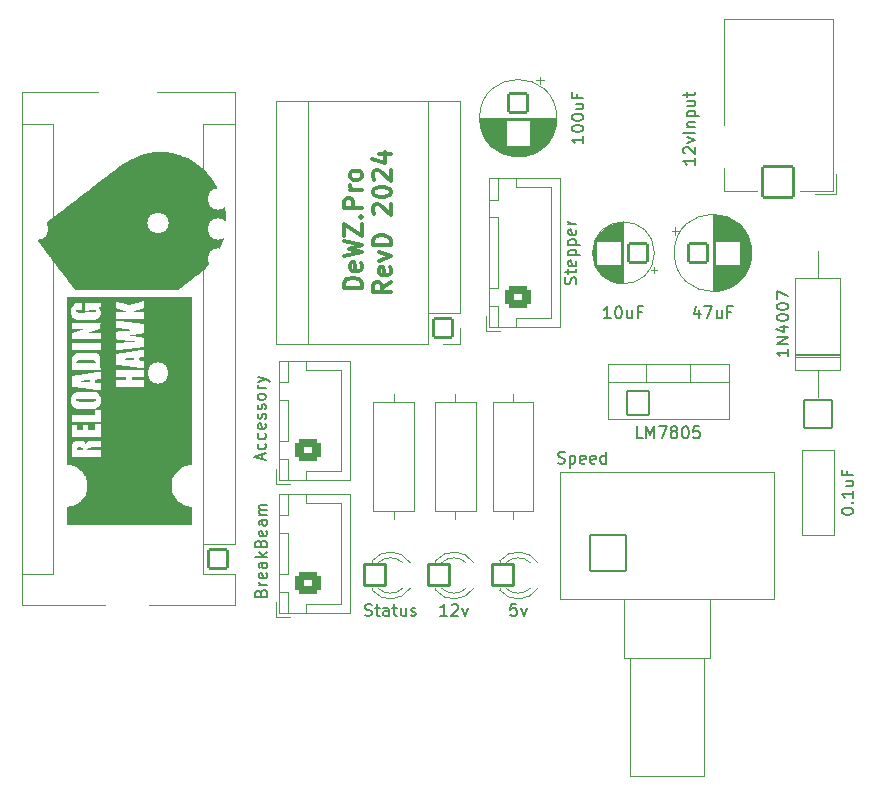
<source format=gbr>
%TF.GenerationSoftware,KiCad,Pcbnew,(6.0.9)*%
%TF.CreationDate,2024-01-01T16:13:25-07:00*%
%TF.ProjectId,Birds Nest,42697264-7320-44e6-9573-742e6b696361,rev?*%
%TF.SameCoordinates,Original*%
%TF.FileFunction,Legend,Top*%
%TF.FilePolarity,Positive*%
%FSLAX46Y46*%
G04 Gerber Fmt 4.6, Leading zero omitted, Abs format (unit mm)*
G04 Created by KiCad (PCBNEW (6.0.9)) date 2024-01-01 16:13:25*
%MOMM*%
%LPD*%
G01*
G04 APERTURE LIST*
G04 Aperture macros list*
%AMRoundRect*
0 Rectangle with rounded corners*
0 $1 Rounding radius*
0 $2 $3 $4 $5 $6 $7 $8 $9 X,Y pos of 4 corners*
0 Add a 4 corners polygon primitive as box body*
4,1,4,$2,$3,$4,$5,$6,$7,$8,$9,$2,$3,0*
0 Add four circle primitives for the rounded corners*
1,1,$1+$1,$2,$3*
1,1,$1+$1,$4,$5*
1,1,$1+$1,$6,$7*
1,1,$1+$1,$8,$9*
0 Add four rect primitives between the rounded corners*
20,1,$1+$1,$2,$3,$4,$5,0*
20,1,$1+$1,$4,$5,$6,$7,0*
20,1,$1+$1,$6,$7,$8,$9,0*
20,1,$1+$1,$8,$9,$2,$3,0*%
G04 Aperture macros list end*
%ADD10C,0.304800*%
%ADD11C,0.150000*%
%ADD12C,0.120000*%
%ADD13C,1.800000*%
%ADD14O,1.800000X1.800000*%
%ADD15RoundRect,0.350000X0.725000X-0.600000X0.725000X0.600000X-0.725000X0.600000X-0.725000X-0.600000X0*%
%ADD16O,2.150000X1.900000*%
%ADD17C,2.000000*%
%ADD18RoundRect,0.100000X-0.900000X-0.900000X0.900000X-0.900000X0.900000X0.900000X-0.900000X0.900000X0*%
%ADD19RoundRect,0.100000X0.800000X0.800000X-0.800000X0.800000X-0.800000X-0.800000X0.800000X-0.800000X0*%
%ADD20C,5.200000*%
%ADD21C,1.724000*%
%ADD22RoundRect,0.100000X1.300000X1.300000X-1.300000X1.300000X-1.300000X-1.300000X1.300000X-1.300000X0*%
%ADD23C,2.800000*%
%ADD24RoundRect,0.100000X-0.800000X-0.800000X0.800000X-0.800000X0.800000X0.800000X-0.800000X0.800000X0*%
%ADD25RoundRect,0.100000X-0.800000X0.800000X-0.800000X-0.800000X0.800000X-0.800000X0.800000X0.800000X0*%
%ADD26RoundRect,0.100000X-1.500000X1.500000X-1.500000X-1.500000X1.500000X-1.500000X1.500000X1.500000X0*%
%ADD27C,3.200000*%
%ADD28RoundRect,0.100000X-0.952500X-1.000000X0.952500X-1.000000X0.952500X1.000000X-0.952500X1.000000X0*%
%ADD29O,2.105000X2.200000*%
%ADD30RoundRect,0.100000X1.200000X-1.200000X1.200000X1.200000X-1.200000X1.200000X-1.200000X-1.200000X0*%
%ADD31O,2.600000X2.600000*%
G04 APERTURE END LIST*
D10*
X141702608Y-86795428D02*
X140178608Y-86795428D01*
X140178608Y-86432571D01*
X140251180Y-86214857D01*
X140396322Y-86069714D01*
X140541465Y-85997142D01*
X140831751Y-85924571D01*
X141049465Y-85924571D01*
X141339751Y-85997142D01*
X141484894Y-86069714D01*
X141630037Y-86214857D01*
X141702608Y-86432571D01*
X141702608Y-86795428D01*
X141630037Y-84690857D02*
X141702608Y-84836000D01*
X141702608Y-85126285D01*
X141630037Y-85271428D01*
X141484894Y-85344000D01*
X140904322Y-85344000D01*
X140759180Y-85271428D01*
X140686608Y-85126285D01*
X140686608Y-84836000D01*
X140759180Y-84690857D01*
X140904322Y-84618285D01*
X141049465Y-84618285D01*
X141194608Y-85344000D01*
X140178608Y-84110285D02*
X141702608Y-83747428D01*
X140614037Y-83457142D01*
X141702608Y-83166857D01*
X140178608Y-82804000D01*
X140178608Y-82368571D02*
X140178608Y-81352571D01*
X141702608Y-82368571D01*
X141702608Y-81352571D01*
X141557465Y-80772000D02*
X141630037Y-80699428D01*
X141702608Y-80772000D01*
X141630037Y-80844571D01*
X141557465Y-80772000D01*
X141702608Y-80772000D01*
X141702608Y-80046285D02*
X140178608Y-80046285D01*
X140178608Y-79465714D01*
X140251180Y-79320571D01*
X140323751Y-79248000D01*
X140468894Y-79175428D01*
X140686608Y-79175428D01*
X140831751Y-79248000D01*
X140904322Y-79320571D01*
X140976894Y-79465714D01*
X140976894Y-80046285D01*
X141702608Y-78522285D02*
X140686608Y-78522285D01*
X140976894Y-78522285D02*
X140831751Y-78449714D01*
X140759180Y-78377142D01*
X140686608Y-78232000D01*
X140686608Y-78086857D01*
X141702608Y-77361142D02*
X141630037Y-77506285D01*
X141557465Y-77578857D01*
X141412322Y-77651428D01*
X140976894Y-77651428D01*
X140831751Y-77578857D01*
X140759180Y-77506285D01*
X140686608Y-77361142D01*
X140686608Y-77143428D01*
X140759180Y-76998285D01*
X140831751Y-76925714D01*
X140976894Y-76853142D01*
X141412322Y-76853142D01*
X141557465Y-76925714D01*
X141630037Y-76998285D01*
X141702608Y-77143428D01*
X141702608Y-77361142D01*
X144156248Y-86287428D02*
X143430534Y-86795428D01*
X144156248Y-87158285D02*
X142632248Y-87158285D01*
X142632248Y-86577714D01*
X142704820Y-86432571D01*
X142777391Y-86360000D01*
X142922534Y-86287428D01*
X143140248Y-86287428D01*
X143285391Y-86360000D01*
X143357962Y-86432571D01*
X143430534Y-86577714D01*
X143430534Y-87158285D01*
X144083677Y-85053714D02*
X144156248Y-85198857D01*
X144156248Y-85489142D01*
X144083677Y-85634285D01*
X143938534Y-85706857D01*
X143357962Y-85706857D01*
X143212820Y-85634285D01*
X143140248Y-85489142D01*
X143140248Y-85198857D01*
X143212820Y-85053714D01*
X143357962Y-84981142D01*
X143503105Y-84981142D01*
X143648248Y-85706857D01*
X143140248Y-84473142D02*
X144156248Y-84110285D01*
X143140248Y-83747428D01*
X144156248Y-83166857D02*
X142632248Y-83166857D01*
X142632248Y-82804000D01*
X142704820Y-82586285D01*
X142849962Y-82441142D01*
X142995105Y-82368571D01*
X143285391Y-82296000D01*
X143503105Y-82296000D01*
X143793391Y-82368571D01*
X143938534Y-82441142D01*
X144083677Y-82586285D01*
X144156248Y-82804000D01*
X144156248Y-83166857D01*
X142777391Y-80554285D02*
X142704820Y-80481714D01*
X142632248Y-80336571D01*
X142632248Y-79973714D01*
X142704820Y-79828571D01*
X142777391Y-79756000D01*
X142922534Y-79683428D01*
X143067677Y-79683428D01*
X143285391Y-79756000D01*
X144156248Y-80626857D01*
X144156248Y-79683428D01*
X142632248Y-78740000D02*
X142632248Y-78594857D01*
X142704820Y-78449714D01*
X142777391Y-78377142D01*
X142922534Y-78304571D01*
X143212820Y-78232000D01*
X143575677Y-78232000D01*
X143865962Y-78304571D01*
X144011105Y-78377142D01*
X144083677Y-78449714D01*
X144156248Y-78594857D01*
X144156248Y-78740000D01*
X144083677Y-78885142D01*
X144011105Y-78957714D01*
X143865962Y-79030285D01*
X143575677Y-79102857D01*
X143212820Y-79102857D01*
X142922534Y-79030285D01*
X142777391Y-78957714D01*
X142704820Y-78885142D01*
X142632248Y-78740000D01*
X142777391Y-77651428D02*
X142704820Y-77578857D01*
X142632248Y-77433714D01*
X142632248Y-77070857D01*
X142704820Y-76925714D01*
X142777391Y-76853142D01*
X142922534Y-76780571D01*
X143067677Y-76780571D01*
X143285391Y-76853142D01*
X144156248Y-77724000D01*
X144156248Y-76780571D01*
X143140248Y-75474285D02*
X144156248Y-75474285D01*
X142559677Y-75837142D02*
X143648248Y-76200000D01*
X143648248Y-75256571D01*
D11*
%TO.C,Stepper1*%
X159820092Y-86462857D02*
X159867711Y-86320000D01*
X159867711Y-86081904D01*
X159820092Y-85986666D01*
X159772473Y-85939047D01*
X159677235Y-85891428D01*
X159581997Y-85891428D01*
X159486759Y-85939047D01*
X159439140Y-85986666D01*
X159391521Y-86081904D01*
X159343902Y-86272380D01*
X159296283Y-86367619D01*
X159248664Y-86415238D01*
X159153426Y-86462857D01*
X159058188Y-86462857D01*
X158962950Y-86415238D01*
X158915331Y-86367619D01*
X158867711Y-86272380D01*
X158867711Y-86034285D01*
X158915331Y-85891428D01*
X159201045Y-85605714D02*
X159201045Y-85224761D01*
X158867711Y-85462857D02*
X159724854Y-85462857D01*
X159820092Y-85415238D01*
X159867711Y-85320000D01*
X159867711Y-85224761D01*
X159820092Y-84510476D02*
X159867711Y-84605714D01*
X159867711Y-84796190D01*
X159820092Y-84891428D01*
X159724854Y-84939047D01*
X159343902Y-84939047D01*
X159248664Y-84891428D01*
X159201045Y-84796190D01*
X159201045Y-84605714D01*
X159248664Y-84510476D01*
X159343902Y-84462857D01*
X159439140Y-84462857D01*
X159534378Y-84939047D01*
X159201045Y-84034285D02*
X160201045Y-84034285D01*
X159248664Y-84034285D02*
X159201045Y-83939047D01*
X159201045Y-83748571D01*
X159248664Y-83653333D01*
X159296283Y-83605714D01*
X159391521Y-83558095D01*
X159677235Y-83558095D01*
X159772473Y-83605714D01*
X159820092Y-83653333D01*
X159867711Y-83748571D01*
X159867711Y-83939047D01*
X159820092Y-84034285D01*
X159201045Y-83129523D02*
X160201045Y-83129523D01*
X159248664Y-83129523D02*
X159201045Y-83034285D01*
X159201045Y-82843809D01*
X159248664Y-82748571D01*
X159296283Y-82700952D01*
X159391521Y-82653333D01*
X159677235Y-82653333D01*
X159772473Y-82700952D01*
X159820092Y-82748571D01*
X159867711Y-82843809D01*
X159867711Y-83034285D01*
X159820092Y-83129523D01*
X159820092Y-81843809D02*
X159867711Y-81939047D01*
X159867711Y-82129523D01*
X159820092Y-82224761D01*
X159724854Y-82272380D01*
X159343902Y-82272380D01*
X159248664Y-82224761D01*
X159201045Y-82129523D01*
X159201045Y-81939047D01*
X159248664Y-81843809D01*
X159343902Y-81796190D01*
X159439140Y-81796190D01*
X159534378Y-82272380D01*
X159867711Y-81367619D02*
X159201045Y-81367619D01*
X159391521Y-81367619D02*
X159296283Y-81320000D01*
X159248664Y-81272380D01*
X159201045Y-81177142D01*
X159201045Y-81081904D01*
%TO.C,12V1*%
X148929860Y-114547932D02*
X148358431Y-114547932D01*
X148644146Y-114547932D02*
X148644146Y-113547932D01*
X148548908Y-113690790D01*
X148453669Y-113786028D01*
X148358431Y-113833647D01*
X149310812Y-113643171D02*
X149358431Y-113595552D01*
X149453669Y-113547932D01*
X149691765Y-113547932D01*
X149787003Y-113595552D01*
X149834622Y-113643171D01*
X149882241Y-113738409D01*
X149882241Y-113833647D01*
X149834622Y-113976504D01*
X149263193Y-114547932D01*
X149882241Y-114547932D01*
X150215574Y-113881266D02*
X150453669Y-114547932D01*
X150691765Y-113881266D01*
%TO.C,Status1*%
X141963289Y-114500313D02*
X142106146Y-114547932D01*
X142344241Y-114547932D01*
X142439479Y-114500313D01*
X142487098Y-114452694D01*
X142534717Y-114357456D01*
X142534717Y-114262218D01*
X142487098Y-114166980D01*
X142439479Y-114119361D01*
X142344241Y-114071742D01*
X142153765Y-114024123D01*
X142058527Y-113976504D01*
X142010908Y-113928885D01*
X141963289Y-113833647D01*
X141963289Y-113738409D01*
X142010908Y-113643171D01*
X142058527Y-113595552D01*
X142153765Y-113547932D01*
X142391860Y-113547932D01*
X142534717Y-113595552D01*
X142820432Y-113881266D02*
X143201384Y-113881266D01*
X142963289Y-113547932D02*
X142963289Y-114405075D01*
X143010908Y-114500313D01*
X143106146Y-114547932D01*
X143201384Y-114547932D01*
X143963289Y-114547932D02*
X143963289Y-114024123D01*
X143915670Y-113928885D01*
X143820432Y-113881266D01*
X143629956Y-113881266D01*
X143534717Y-113928885D01*
X143963289Y-114500313D02*
X143868051Y-114547932D01*
X143629956Y-114547932D01*
X143534717Y-114500313D01*
X143487098Y-114405075D01*
X143487098Y-114309837D01*
X143534717Y-114214599D01*
X143629956Y-114166980D01*
X143868051Y-114166980D01*
X143963289Y-114119361D01*
X144296622Y-113881266D02*
X144677575Y-113881266D01*
X144439479Y-113547932D02*
X144439479Y-114405075D01*
X144487098Y-114500313D01*
X144582336Y-114547932D01*
X144677575Y-114547932D01*
X145439479Y-113881266D02*
X145439479Y-114547932D01*
X145010908Y-113881266D02*
X145010908Y-114405075D01*
X145058527Y-114500313D01*
X145153765Y-114547932D01*
X145296622Y-114547932D01*
X145391860Y-114500313D01*
X145439479Y-114452694D01*
X145868051Y-114500313D02*
X145963289Y-114547932D01*
X146153765Y-114547932D01*
X146249003Y-114500313D01*
X146296622Y-114405075D01*
X146296622Y-114357456D01*
X146249003Y-114262218D01*
X146153765Y-114214599D01*
X146010908Y-114214599D01*
X145915670Y-114166980D01*
X145868051Y-114071742D01*
X145868051Y-114024123D01*
X145915670Y-113928885D01*
X146010908Y-113881266D01*
X146153765Y-113881266D01*
X146249003Y-113928885D01*
%TO.C,BreakBeam1*%
X133147529Y-112616297D02*
X133195148Y-112473440D01*
X133242767Y-112425821D01*
X133338005Y-112378202D01*
X133480862Y-112378202D01*
X133576100Y-112425821D01*
X133623719Y-112473440D01*
X133671338Y-112568678D01*
X133671338Y-112949630D01*
X132671338Y-112949630D01*
X132671338Y-112616297D01*
X132718958Y-112521059D01*
X132766577Y-112473440D01*
X132861815Y-112425821D01*
X132957053Y-112425821D01*
X133052291Y-112473440D01*
X133099910Y-112521059D01*
X133147529Y-112616297D01*
X133147529Y-112949630D01*
X133671338Y-111949630D02*
X133004672Y-111949630D01*
X133195148Y-111949630D02*
X133099910Y-111902011D01*
X133052291Y-111854392D01*
X133004672Y-111759154D01*
X133004672Y-111663916D01*
X133623719Y-110949630D02*
X133671338Y-111044869D01*
X133671338Y-111235345D01*
X133623719Y-111330583D01*
X133528481Y-111378202D01*
X133147529Y-111378202D01*
X133052291Y-111330583D01*
X133004672Y-111235345D01*
X133004672Y-111044869D01*
X133052291Y-110949630D01*
X133147529Y-110902011D01*
X133242767Y-110902011D01*
X133338005Y-111378202D01*
X133671338Y-110044869D02*
X133147529Y-110044869D01*
X133052291Y-110092488D01*
X133004672Y-110187726D01*
X133004672Y-110378202D01*
X133052291Y-110473440D01*
X133623719Y-110044869D02*
X133671338Y-110140107D01*
X133671338Y-110378202D01*
X133623719Y-110473440D01*
X133528481Y-110521059D01*
X133433243Y-110521059D01*
X133338005Y-110473440D01*
X133290386Y-110378202D01*
X133290386Y-110140107D01*
X133242767Y-110044869D01*
X133671338Y-109568678D02*
X132671338Y-109568678D01*
X133290386Y-109473440D02*
X133671338Y-109187726D01*
X133004672Y-109187726D02*
X133385624Y-109568678D01*
X133147529Y-108425821D02*
X133195148Y-108282964D01*
X133242767Y-108235345D01*
X133338005Y-108187726D01*
X133480862Y-108187726D01*
X133576100Y-108235345D01*
X133623719Y-108282964D01*
X133671338Y-108378202D01*
X133671338Y-108759154D01*
X132671338Y-108759154D01*
X132671338Y-108425821D01*
X132718958Y-108330583D01*
X132766577Y-108282964D01*
X132861815Y-108235345D01*
X132957053Y-108235345D01*
X133052291Y-108282964D01*
X133099910Y-108330583D01*
X133147529Y-108425821D01*
X133147529Y-108759154D01*
X133623719Y-107378202D02*
X133671338Y-107473440D01*
X133671338Y-107663916D01*
X133623719Y-107759154D01*
X133528481Y-107806773D01*
X133147529Y-107806773D01*
X133052291Y-107759154D01*
X133004672Y-107663916D01*
X133004672Y-107473440D01*
X133052291Y-107378202D01*
X133147529Y-107330583D01*
X133242767Y-107330583D01*
X133338005Y-107806773D01*
X133671338Y-106473440D02*
X133147529Y-106473440D01*
X133052291Y-106521059D01*
X133004672Y-106616297D01*
X133004672Y-106806773D01*
X133052291Y-106902011D01*
X133623719Y-106473440D02*
X133671338Y-106568678D01*
X133671338Y-106806773D01*
X133623719Y-106902011D01*
X133528481Y-106949630D01*
X133433243Y-106949630D01*
X133338005Y-106902011D01*
X133290386Y-106806773D01*
X133290386Y-106568678D01*
X133242767Y-106473440D01*
X133671338Y-105997249D02*
X133004672Y-105997249D01*
X133099910Y-105997249D02*
X133052291Y-105949630D01*
X133004672Y-105854392D01*
X133004672Y-105711535D01*
X133052291Y-105616297D01*
X133147529Y-105568678D01*
X133671338Y-105568678D01*
X133147529Y-105568678D02*
X133052291Y-105521059D01*
X133004672Y-105425821D01*
X133004672Y-105282964D01*
X133052291Y-105187726D01*
X133147529Y-105140107D01*
X133671338Y-105140107D01*
%TO.C,10uF1*%
X162778571Y-89352380D02*
X162207142Y-89352380D01*
X162492857Y-89352380D02*
X162492857Y-88352380D01*
X162397619Y-88495238D01*
X162302380Y-88590476D01*
X162207142Y-88638095D01*
X163397619Y-88352380D02*
X163492857Y-88352380D01*
X163588095Y-88400000D01*
X163635714Y-88447619D01*
X163683333Y-88542857D01*
X163730952Y-88733333D01*
X163730952Y-88971428D01*
X163683333Y-89161904D01*
X163635714Y-89257142D01*
X163588095Y-89304761D01*
X163492857Y-89352380D01*
X163397619Y-89352380D01*
X163302380Y-89304761D01*
X163254761Y-89257142D01*
X163207142Y-89161904D01*
X163159523Y-88971428D01*
X163159523Y-88733333D01*
X163207142Y-88542857D01*
X163254761Y-88447619D01*
X163302380Y-88400000D01*
X163397619Y-88352380D01*
X164588095Y-88685714D02*
X164588095Y-89352380D01*
X164159523Y-88685714D02*
X164159523Y-89209523D01*
X164207142Y-89304761D01*
X164302380Y-89352380D01*
X164445238Y-89352380D01*
X164540476Y-89304761D01*
X164588095Y-89257142D01*
X165397619Y-88828571D02*
X165064285Y-88828571D01*
X165064285Y-89352380D02*
X165064285Y-88352380D01*
X165540476Y-88352380D01*
%TO.C,12vInput1*%
X169929410Y-75779020D02*
X169929410Y-76350449D01*
X169929410Y-76064735D02*
X168929410Y-76064735D01*
X169072268Y-76159973D01*
X169167506Y-76255211D01*
X169215125Y-76350449D01*
X169024649Y-75398068D02*
X168977030Y-75350449D01*
X168929410Y-75255211D01*
X168929410Y-75017116D01*
X168977030Y-74921878D01*
X169024649Y-74874259D01*
X169119887Y-74826640D01*
X169215125Y-74826640D01*
X169357982Y-74874259D01*
X169929410Y-75445687D01*
X169929410Y-74826640D01*
X169262744Y-74493306D02*
X169929410Y-74255211D01*
X169262744Y-74017116D01*
X169929410Y-73636163D02*
X168929410Y-73636163D01*
X169262744Y-73159973D02*
X169929410Y-73159973D01*
X169357982Y-73159973D02*
X169310363Y-73112354D01*
X169262744Y-73017116D01*
X169262744Y-72874259D01*
X169310363Y-72779020D01*
X169405601Y-72731401D01*
X169929410Y-72731401D01*
X169262744Y-72255211D02*
X170262744Y-72255211D01*
X169310363Y-72255211D02*
X169262744Y-72159973D01*
X169262744Y-71969497D01*
X169310363Y-71874259D01*
X169357982Y-71826640D01*
X169453220Y-71779020D01*
X169738934Y-71779020D01*
X169834172Y-71826640D01*
X169881791Y-71874259D01*
X169929410Y-71969497D01*
X169929410Y-72159973D01*
X169881791Y-72255211D01*
X169262744Y-70921878D02*
X169929410Y-70921878D01*
X169262744Y-71350449D02*
X169786553Y-71350449D01*
X169881791Y-71302830D01*
X169929410Y-71207592D01*
X169929410Y-71064735D01*
X169881791Y-70969497D01*
X169834172Y-70921878D01*
X169262744Y-70588544D02*
X169262744Y-70207592D01*
X168929410Y-70445687D02*
X169786553Y-70445687D01*
X169881791Y-70398068D01*
X169929410Y-70302830D01*
X169929410Y-70207592D01*
%TO.C,100nF1*%
X170263333Y-88685714D02*
X170263333Y-89352380D01*
X170025238Y-88304761D02*
X169787142Y-89019047D01*
X170406190Y-89019047D01*
X170691904Y-88352380D02*
X171358571Y-88352380D01*
X170930000Y-89352380D01*
X172168095Y-88685714D02*
X172168095Y-89352380D01*
X171739523Y-88685714D02*
X171739523Y-89209523D01*
X171787142Y-89304761D01*
X171882380Y-89352380D01*
X172025238Y-89352380D01*
X172120476Y-89304761D01*
X172168095Y-89257142D01*
X172977619Y-88828571D02*
X172644285Y-88828571D01*
X172644285Y-89352380D02*
X172644285Y-88352380D01*
X173120476Y-88352380D01*
%TO.C,5V1*%
X154794598Y-113547932D02*
X154318408Y-113547932D01*
X154270789Y-114024123D01*
X154318408Y-113976504D01*
X154413646Y-113928885D01*
X154651741Y-113928885D01*
X154746979Y-113976504D01*
X154794598Y-114024123D01*
X154842217Y-114119361D01*
X154842217Y-114357456D01*
X154794598Y-114452694D01*
X154746979Y-114500313D01*
X154651741Y-114547932D01*
X154413646Y-114547932D01*
X154318408Y-114500313D01*
X154270789Y-114452694D01*
X155175551Y-113881266D02*
X155413646Y-114547932D01*
X155651741Y-113881266D01*
%TO.C,100uF1*%
X160472380Y-73957619D02*
X160472380Y-74529047D01*
X160472380Y-74243333D02*
X159472380Y-74243333D01*
X159615238Y-74338571D01*
X159710476Y-74433809D01*
X159758095Y-74529047D01*
X159472380Y-73338571D02*
X159472380Y-73243333D01*
X159520000Y-73148095D01*
X159567619Y-73100476D01*
X159662857Y-73052857D01*
X159853333Y-73005238D01*
X160091428Y-73005238D01*
X160281904Y-73052857D01*
X160377142Y-73100476D01*
X160424761Y-73148095D01*
X160472380Y-73243333D01*
X160472380Y-73338571D01*
X160424761Y-73433809D01*
X160377142Y-73481428D01*
X160281904Y-73529047D01*
X160091428Y-73576666D01*
X159853333Y-73576666D01*
X159662857Y-73529047D01*
X159567619Y-73481428D01*
X159520000Y-73433809D01*
X159472380Y-73338571D01*
X159472380Y-72386190D02*
X159472380Y-72290952D01*
X159520000Y-72195714D01*
X159567619Y-72148095D01*
X159662857Y-72100476D01*
X159853333Y-72052857D01*
X160091428Y-72052857D01*
X160281904Y-72100476D01*
X160377142Y-72148095D01*
X160424761Y-72195714D01*
X160472380Y-72290952D01*
X160472380Y-72386190D01*
X160424761Y-72481428D01*
X160377142Y-72529047D01*
X160281904Y-72576666D01*
X160091428Y-72624285D01*
X159853333Y-72624285D01*
X159662857Y-72576666D01*
X159567619Y-72529047D01*
X159520000Y-72481428D01*
X159472380Y-72386190D01*
X159805714Y-71195714D02*
X160472380Y-71195714D01*
X159805714Y-71624285D02*
X160329523Y-71624285D01*
X160424761Y-71576666D01*
X160472380Y-71481428D01*
X160472380Y-71338571D01*
X160424761Y-71243333D01*
X160377142Y-71195714D01*
X159948571Y-70386190D02*
X159948571Y-70719523D01*
X160472380Y-70719523D02*
X159472380Y-70719523D01*
X159472380Y-70243333D01*
%TO.C,Speed1*%
X158312047Y-101617025D02*
X158454905Y-101664644D01*
X158693000Y-101664644D01*
X158788238Y-101617025D01*
X158835857Y-101569406D01*
X158883476Y-101474168D01*
X158883476Y-101378930D01*
X158835857Y-101283692D01*
X158788238Y-101236073D01*
X158693000Y-101188454D01*
X158502524Y-101140835D01*
X158407286Y-101093216D01*
X158359667Y-101045597D01*
X158312047Y-100950359D01*
X158312047Y-100855121D01*
X158359667Y-100759883D01*
X158407286Y-100712264D01*
X158502524Y-100664644D01*
X158740619Y-100664644D01*
X158883476Y-100712264D01*
X159312047Y-100997978D02*
X159312047Y-101997978D01*
X159312047Y-101045597D02*
X159407286Y-100997978D01*
X159597762Y-100997978D01*
X159693000Y-101045597D01*
X159740619Y-101093216D01*
X159788238Y-101188454D01*
X159788238Y-101474168D01*
X159740619Y-101569406D01*
X159693000Y-101617025D01*
X159597762Y-101664644D01*
X159407286Y-101664644D01*
X159312047Y-101617025D01*
X160597762Y-101617025D02*
X160502524Y-101664644D01*
X160312047Y-101664644D01*
X160216809Y-101617025D01*
X160169190Y-101521787D01*
X160169190Y-101140835D01*
X160216809Y-101045597D01*
X160312047Y-100997978D01*
X160502524Y-100997978D01*
X160597762Y-101045597D01*
X160645381Y-101140835D01*
X160645381Y-101236073D01*
X160169190Y-101331311D01*
X161454905Y-101617025D02*
X161359667Y-101664644D01*
X161169190Y-101664644D01*
X161073952Y-101617025D01*
X161026333Y-101521787D01*
X161026333Y-101140835D01*
X161073952Y-101045597D01*
X161169190Y-100997978D01*
X161359667Y-100997978D01*
X161454905Y-101045597D01*
X161502524Y-101140835D01*
X161502524Y-101236073D01*
X161026333Y-101331311D01*
X162359667Y-101664644D02*
X162359667Y-100664644D01*
X162359667Y-101617025D02*
X162264428Y-101664644D01*
X162073952Y-101664644D01*
X161978714Y-101617025D01*
X161931095Y-101569406D01*
X161883476Y-101474168D01*
X161883476Y-101188454D01*
X161931095Y-101093216D01*
X161978714Y-101045597D01*
X162073952Y-100997978D01*
X162264428Y-100997978D01*
X162359667Y-101045597D01*
%TO.C,LM7805*%
X165473333Y-99512380D02*
X164997142Y-99512380D01*
X164997142Y-98512380D01*
X165806666Y-99512380D02*
X165806666Y-98512380D01*
X166140000Y-99226666D01*
X166473333Y-98512380D01*
X166473333Y-99512380D01*
X166854285Y-98512380D02*
X167520952Y-98512380D01*
X167092380Y-99512380D01*
X168044761Y-98940952D02*
X167949523Y-98893333D01*
X167901904Y-98845714D01*
X167854285Y-98750476D01*
X167854285Y-98702857D01*
X167901904Y-98607619D01*
X167949523Y-98560000D01*
X168044761Y-98512380D01*
X168235238Y-98512380D01*
X168330476Y-98560000D01*
X168378095Y-98607619D01*
X168425714Y-98702857D01*
X168425714Y-98750476D01*
X168378095Y-98845714D01*
X168330476Y-98893333D01*
X168235238Y-98940952D01*
X168044761Y-98940952D01*
X167949523Y-98988571D01*
X167901904Y-99036190D01*
X167854285Y-99131428D01*
X167854285Y-99321904D01*
X167901904Y-99417142D01*
X167949523Y-99464761D01*
X168044761Y-99512380D01*
X168235238Y-99512380D01*
X168330476Y-99464761D01*
X168378095Y-99417142D01*
X168425714Y-99321904D01*
X168425714Y-99131428D01*
X168378095Y-99036190D01*
X168330476Y-98988571D01*
X168235238Y-98940952D01*
X169044761Y-98512380D02*
X169140000Y-98512380D01*
X169235238Y-98560000D01*
X169282857Y-98607619D01*
X169330476Y-98702857D01*
X169378095Y-98893333D01*
X169378095Y-99131428D01*
X169330476Y-99321904D01*
X169282857Y-99417142D01*
X169235238Y-99464761D01*
X169140000Y-99512380D01*
X169044761Y-99512380D01*
X168949523Y-99464761D01*
X168901904Y-99417142D01*
X168854285Y-99321904D01*
X168806666Y-99131428D01*
X168806666Y-98893333D01*
X168854285Y-98702857D01*
X168901904Y-98607619D01*
X168949523Y-98560000D01*
X169044761Y-98512380D01*
X170282857Y-98512380D02*
X169806666Y-98512380D01*
X169759047Y-98988571D01*
X169806666Y-98940952D01*
X169901904Y-98893333D01*
X170140000Y-98893333D01*
X170235238Y-98940952D01*
X170282857Y-98988571D01*
X170330476Y-99083809D01*
X170330476Y-99321904D01*
X170282857Y-99417142D01*
X170235238Y-99464761D01*
X170140000Y-99512380D01*
X169901904Y-99512380D01*
X169806666Y-99464761D01*
X169759047Y-99417142D01*
%TO.C,1N4007*%
X177818648Y-91975103D02*
X177818648Y-92546531D01*
X177818648Y-92260817D02*
X176818648Y-92260817D01*
X176961506Y-92356055D01*
X177056744Y-92451293D01*
X177104363Y-92546531D01*
X177818648Y-91546531D02*
X176818648Y-91546531D01*
X177818648Y-90975103D01*
X176818648Y-90975103D01*
X177151982Y-90070341D02*
X177818648Y-90070341D01*
X176771029Y-90308436D02*
X177485315Y-90546531D01*
X177485315Y-89927484D01*
X176818648Y-89356055D02*
X176818648Y-89260817D01*
X176866268Y-89165579D01*
X176913887Y-89117960D01*
X177009125Y-89070341D01*
X177199601Y-89022722D01*
X177437696Y-89022722D01*
X177628172Y-89070341D01*
X177723410Y-89117960D01*
X177771029Y-89165579D01*
X177818648Y-89260817D01*
X177818648Y-89356055D01*
X177771029Y-89451293D01*
X177723410Y-89498912D01*
X177628172Y-89546531D01*
X177437696Y-89594150D01*
X177199601Y-89594150D01*
X177009125Y-89546531D01*
X176913887Y-89498912D01*
X176866268Y-89451293D01*
X176818648Y-89356055D01*
X176818648Y-88403674D02*
X176818648Y-88308436D01*
X176866268Y-88213198D01*
X176913887Y-88165579D01*
X177009125Y-88117960D01*
X177199601Y-88070341D01*
X177437696Y-88070341D01*
X177628172Y-88117960D01*
X177723410Y-88165579D01*
X177771029Y-88213198D01*
X177818648Y-88308436D01*
X177818648Y-88403674D01*
X177771029Y-88498912D01*
X177723410Y-88546531D01*
X177628172Y-88594150D01*
X177437696Y-88641769D01*
X177199601Y-88641769D01*
X177009125Y-88594150D01*
X176913887Y-88546531D01*
X176866268Y-88498912D01*
X176818648Y-88403674D01*
X176818648Y-87737007D02*
X176818648Y-87070341D01*
X177818648Y-87498912D01*
%TO.C,Accessory1*%
X133281770Y-101303828D02*
X133281770Y-100827638D01*
X133567484Y-101399066D02*
X132567484Y-101065733D01*
X133567484Y-100732399D01*
X133519865Y-99970495D02*
X133567484Y-100065733D01*
X133567484Y-100256209D01*
X133519865Y-100351447D01*
X133472246Y-100399066D01*
X133377008Y-100446685D01*
X133091294Y-100446685D01*
X132996056Y-100399066D01*
X132948437Y-100351447D01*
X132900818Y-100256209D01*
X132900818Y-100065733D01*
X132948437Y-99970495D01*
X133519865Y-99113352D02*
X133567484Y-99208590D01*
X133567484Y-99399066D01*
X133519865Y-99494304D01*
X133472246Y-99541923D01*
X133377008Y-99589542D01*
X133091294Y-99589542D01*
X132996056Y-99541923D01*
X132948437Y-99494304D01*
X132900818Y-99399066D01*
X132900818Y-99208590D01*
X132948437Y-99113352D01*
X133519865Y-98303828D02*
X133567484Y-98399066D01*
X133567484Y-98589542D01*
X133519865Y-98684780D01*
X133424627Y-98732399D01*
X133043675Y-98732399D01*
X132948437Y-98684780D01*
X132900818Y-98589542D01*
X132900818Y-98399066D01*
X132948437Y-98303828D01*
X133043675Y-98256209D01*
X133138913Y-98256209D01*
X133234151Y-98732399D01*
X133519865Y-97875257D02*
X133567484Y-97780018D01*
X133567484Y-97589542D01*
X133519865Y-97494304D01*
X133424627Y-97446685D01*
X133377008Y-97446685D01*
X133281770Y-97494304D01*
X133234151Y-97589542D01*
X133234151Y-97732399D01*
X133186532Y-97827638D01*
X133091294Y-97875257D01*
X133043675Y-97875257D01*
X132948437Y-97827638D01*
X132900818Y-97732399D01*
X132900818Y-97589542D01*
X132948437Y-97494304D01*
X133519865Y-97065733D02*
X133567484Y-96970495D01*
X133567484Y-96780018D01*
X133519865Y-96684780D01*
X133424627Y-96637161D01*
X133377008Y-96637161D01*
X133281770Y-96684780D01*
X133234151Y-96780018D01*
X133234151Y-96922876D01*
X133186532Y-97018114D01*
X133091294Y-97065733D01*
X133043675Y-97065733D01*
X132948437Y-97018114D01*
X132900818Y-96922876D01*
X132900818Y-96780018D01*
X132948437Y-96684780D01*
X133567484Y-96065733D02*
X133519865Y-96160971D01*
X133472246Y-96208590D01*
X133377008Y-96256209D01*
X133091294Y-96256209D01*
X132996056Y-96208590D01*
X132948437Y-96160971D01*
X132900818Y-96065733D01*
X132900818Y-95922876D01*
X132948437Y-95827638D01*
X132996056Y-95780018D01*
X133091294Y-95732399D01*
X133377008Y-95732399D01*
X133472246Y-95780018D01*
X133519865Y-95827638D01*
X133567484Y-95922876D01*
X133567484Y-96065733D01*
X133567484Y-95303828D02*
X132900818Y-95303828D01*
X133091294Y-95303828D02*
X132996056Y-95256209D01*
X132948437Y-95208590D01*
X132900818Y-95113352D01*
X132900818Y-95018114D01*
X132900818Y-94780018D02*
X133567484Y-94541923D01*
X132900818Y-94303828D02*
X133567484Y-94541923D01*
X133805580Y-94637161D01*
X133853199Y-94684780D01*
X133900818Y-94780018D01*
%TO.C,0.1uF1*%
X182332380Y-105742857D02*
X182332380Y-105647619D01*
X182380000Y-105552380D01*
X182427619Y-105504761D01*
X182522857Y-105457142D01*
X182713333Y-105409523D01*
X182951428Y-105409523D01*
X183141904Y-105457142D01*
X183237142Y-105504761D01*
X183284761Y-105552380D01*
X183332380Y-105647619D01*
X183332380Y-105742857D01*
X183284761Y-105838095D01*
X183237142Y-105885714D01*
X183141904Y-105933333D01*
X182951428Y-105980952D01*
X182713333Y-105980952D01*
X182522857Y-105933333D01*
X182427619Y-105885714D01*
X182380000Y-105838095D01*
X182332380Y-105742857D01*
X183237142Y-104980952D02*
X183284761Y-104933333D01*
X183332380Y-104980952D01*
X183284761Y-105028571D01*
X183237142Y-104980952D01*
X183332380Y-104980952D01*
X183332380Y-103980952D02*
X183332380Y-104552380D01*
X183332380Y-104266666D02*
X182332380Y-104266666D01*
X182475238Y-104361904D01*
X182570476Y-104457142D01*
X182618095Y-104552380D01*
X182665714Y-103123809D02*
X183332380Y-103123809D01*
X182665714Y-103552380D02*
X183189523Y-103552380D01*
X183284761Y-103504761D01*
X183332380Y-103409523D01*
X183332380Y-103266666D01*
X183284761Y-103171428D01*
X183237142Y-103123809D01*
X182808571Y-102314285D02*
X182808571Y-102647619D01*
X183332380Y-102647619D02*
X182332380Y-102647619D01*
X182332380Y-102171428D01*
D12*
%TO.C,Stepper1*%
X153240000Y-90120000D02*
X153240000Y-88320000D01*
X152490000Y-80820000D02*
X152490000Y-86820000D01*
X152190000Y-90420000D02*
X153440000Y-90420000D01*
X153240000Y-80820000D02*
X152490000Y-80820000D01*
X154740000Y-89370000D02*
X157690000Y-89370000D01*
X158450000Y-90130000D02*
X158450000Y-77510000D01*
X153240000Y-79320000D02*
X153240000Y-77520000D01*
X152490000Y-86820000D02*
X153240000Y-86820000D01*
X153240000Y-88320000D02*
X152490000Y-88320000D01*
X152490000Y-79320000D02*
X153240000Y-79320000D01*
X152490000Y-90120000D02*
X153240000Y-90120000D01*
X152480000Y-77510000D02*
X152480000Y-90130000D01*
X153240000Y-86820000D02*
X153240000Y-80820000D01*
X152480000Y-90130000D02*
X158450000Y-90130000D01*
X158450000Y-77510000D02*
X152480000Y-77510000D01*
X154740000Y-90120000D02*
X154740000Y-89370000D01*
X152190000Y-89170000D02*
X152190000Y-90420000D01*
X157690000Y-89370000D02*
X157690000Y-83820000D01*
X154740000Y-78270000D02*
X157690000Y-78270000D01*
X152490000Y-77520000D02*
X152490000Y-79320000D01*
X153240000Y-77520000D02*
X152490000Y-77520000D01*
X152490000Y-88320000D02*
X152490000Y-90120000D01*
X154740000Y-77520000D02*
X154740000Y-78270000D01*
X157690000Y-78270000D02*
X157690000Y-83820000D01*
%TO.C,12V1*%
X147941289Y-112371068D02*
G75*
G03*
X151173624Y-112214160I1560000J1235516D01*
G01*
X151173624Y-110056944D02*
G75*
G03*
X147941289Y-109900036I-1672335J-1078608D01*
G01*
X150542419Y-110055715D02*
G75*
G03*
X148460328Y-110055552I-1041130J-1079837D01*
G01*
X148460328Y-112215552D02*
G75*
G03*
X150542419Y-112215389I1040961J1080000D01*
G01*
X147941289Y-109899552D02*
X147941289Y-110055552D01*
X147941289Y-112215552D02*
X147941289Y-112371552D01*
%TO.C,Status1*%
X143088995Y-112215552D02*
G75*
G03*
X145171086Y-112215389I1040961J1080000D01*
G01*
X142569956Y-112371068D02*
G75*
G03*
X145802291Y-112214160I1560000J1235516D01*
G01*
X145171086Y-110055715D02*
G75*
G03*
X143088995Y-110055552I-1041130J-1079837D01*
G01*
X145802291Y-110056944D02*
G75*
G03*
X142569956Y-109900036I-1672335J-1078608D01*
G01*
X142569956Y-112215552D02*
X142569956Y-112371552D01*
X142569956Y-109899552D02*
X142569956Y-110055552D01*
%TO.C,BreakBeam1*%
X136960000Y-104210000D02*
X136960000Y-104960000D01*
X136960000Y-104960000D02*
X139910000Y-104960000D01*
X134710000Y-111010000D02*
X135460000Y-111010000D01*
X134710000Y-106010000D02*
X135460000Y-106010000D01*
X134410000Y-113360000D02*
X134410000Y-114610000D01*
X135460000Y-112510000D02*
X134710000Y-112510000D01*
X134700000Y-104200000D02*
X134700000Y-114320000D01*
X136960000Y-113560000D02*
X139910000Y-113560000D01*
X135460000Y-111010000D02*
X135460000Y-107510000D01*
X140670000Y-114320000D02*
X140670000Y-104200000D01*
X135460000Y-106010000D02*
X135460000Y-104210000D01*
X134710000Y-112510000D02*
X134710000Y-114310000D01*
X134710000Y-107510000D02*
X134710000Y-111010000D01*
X136960000Y-114310000D02*
X136960000Y-113560000D01*
X139910000Y-104960000D02*
X139910000Y-109260000D01*
X139910000Y-113560000D02*
X139910000Y-109260000D01*
X135460000Y-104210000D02*
X134710000Y-104210000D01*
X134410000Y-114610000D02*
X135660000Y-114610000D01*
X135460000Y-107510000D02*
X134710000Y-107510000D01*
X134710000Y-104210000D02*
X134710000Y-106010000D01*
X134700000Y-114320000D02*
X140670000Y-114320000D01*
X140670000Y-104200000D02*
X134700000Y-104200000D01*
X134710000Y-114310000D02*
X135460000Y-114310000D01*
X135460000Y-114310000D02*
X135460000Y-112510000D01*
%TO.C,10uF1*%
X162169000Y-85791000D02*
X162169000Y-84860000D01*
X162489000Y-86020000D02*
X162489000Y-84860000D01*
X162249000Y-85855000D02*
X162249000Y-84860000D01*
X161569000Y-82780000D02*
X161569000Y-82569000D01*
X162889000Y-86218000D02*
X162889000Y-84860000D01*
X161929000Y-85563000D02*
X161929000Y-84860000D01*
X163610000Y-82780000D02*
X163610000Y-81251000D01*
X162569000Y-82780000D02*
X162569000Y-81573000D01*
X162769000Y-86168000D02*
X162769000Y-84860000D01*
X162329000Y-82780000D02*
X162329000Y-81725000D01*
X161649000Y-82780000D02*
X161649000Y-82437000D01*
X161889000Y-85519000D02*
X161889000Y-84860000D01*
X161529000Y-84998000D02*
X161529000Y-82642000D01*
X163089000Y-82780000D02*
X163089000Y-81352000D01*
X163290000Y-86340000D02*
X163290000Y-84860000D01*
X163290000Y-82780000D02*
X163290000Y-81300000D01*
X162649000Y-82780000D02*
X162649000Y-81530000D01*
X162289000Y-85885000D02*
X162289000Y-84860000D01*
X161689000Y-82780000D02*
X161689000Y-82377000D01*
X162049000Y-82780000D02*
X162049000Y-81956000D01*
X163250000Y-82780000D02*
X163250000Y-81309000D01*
X161689000Y-85263000D02*
X161689000Y-84860000D01*
X162609000Y-86088000D02*
X162609000Y-84860000D01*
X162129000Y-85757000D02*
X162129000Y-84860000D01*
X163370000Y-86356000D02*
X163370000Y-84860000D01*
X163250000Y-86331000D02*
X163250000Y-84860000D01*
X162969000Y-86248000D02*
X162969000Y-84860000D01*
X162569000Y-86067000D02*
X162569000Y-84860000D01*
X162089000Y-85721000D02*
X162089000Y-84860000D01*
X162929000Y-86234000D02*
X162929000Y-84860000D01*
X161449000Y-84831000D02*
X161449000Y-82809000D01*
X163210000Y-86321000D02*
X163210000Y-84860000D01*
X163490000Y-82780000D02*
X163490000Y-81264000D01*
X162529000Y-86044000D02*
X162529000Y-84860000D01*
X163129000Y-82780000D02*
X163129000Y-81340000D01*
X163530000Y-86381000D02*
X163530000Y-84860000D01*
X163170000Y-86311000D02*
X163170000Y-84860000D01*
X163170000Y-82780000D02*
X163170000Y-81329000D01*
X162889000Y-82780000D02*
X162889000Y-81422000D01*
X163009000Y-82780000D02*
X163009000Y-81378000D01*
X161249000Y-84104000D02*
X161249000Y-83536000D01*
X161369000Y-84625000D02*
X161369000Y-83015000D01*
X161809000Y-85425000D02*
X161809000Y-84860000D01*
X163570000Y-86385000D02*
X163570000Y-84860000D01*
X161729000Y-82780000D02*
X161729000Y-82320000D01*
X161649000Y-85203000D02*
X161649000Y-84860000D01*
X161969000Y-85605000D02*
X161969000Y-84860000D01*
X163730000Y-86398000D02*
X163730000Y-81242000D01*
X162849000Y-82780000D02*
X162849000Y-81438000D01*
X162009000Y-85646000D02*
X162009000Y-84860000D01*
X161809000Y-82780000D02*
X161809000Y-82215000D01*
X163370000Y-82780000D02*
X163370000Y-81284000D01*
X162729000Y-86149000D02*
X162729000Y-84860000D01*
X163410000Y-82780000D02*
X163410000Y-81277000D01*
X162129000Y-82780000D02*
X162129000Y-81883000D01*
X163850000Y-86400000D02*
X163850000Y-81240000D01*
X162969000Y-82780000D02*
X162969000Y-81392000D01*
X166654775Y-85295000D02*
X166154775Y-85295000D01*
X163770000Y-86399000D02*
X163770000Y-81241000D01*
X161769000Y-82780000D02*
X161769000Y-82266000D01*
X161849000Y-82780000D02*
X161849000Y-82167000D01*
X162449000Y-82780000D02*
X162449000Y-81645000D01*
X163490000Y-86376000D02*
X163490000Y-84860000D01*
X162409000Y-85969000D02*
X162409000Y-84860000D01*
X163330000Y-86348000D02*
X163330000Y-84860000D01*
X162849000Y-86202000D02*
X162849000Y-84860000D01*
X163810000Y-86400000D02*
X163810000Y-81240000D01*
X161609000Y-85139000D02*
X161609000Y-84860000D01*
X162169000Y-82780000D02*
X162169000Y-81849000D01*
X161769000Y-85374000D02*
X161769000Y-84860000D01*
X163009000Y-86262000D02*
X163009000Y-84860000D01*
X163650000Y-86393000D02*
X163650000Y-81247000D01*
X163089000Y-86288000D02*
X163089000Y-84860000D01*
X162289000Y-82780000D02*
X162289000Y-81755000D01*
X163690000Y-86396000D02*
X163690000Y-81244000D01*
X163049000Y-82780000D02*
X163049000Y-81365000D01*
X162049000Y-85684000D02*
X162049000Y-84860000D01*
X162649000Y-86110000D02*
X162649000Y-84860000D01*
X162729000Y-82780000D02*
X162729000Y-81491000D01*
X161609000Y-82780000D02*
X161609000Y-82501000D01*
X162249000Y-82780000D02*
X162249000Y-81785000D01*
X162209000Y-85824000D02*
X162209000Y-84860000D01*
X161889000Y-82780000D02*
X161889000Y-82121000D01*
X162809000Y-86185000D02*
X162809000Y-84860000D01*
X163129000Y-86300000D02*
X163129000Y-84860000D01*
X163610000Y-86389000D02*
X163610000Y-84860000D01*
X162689000Y-86130000D02*
X162689000Y-84860000D01*
X161929000Y-82780000D02*
X161929000Y-82077000D01*
X162529000Y-82780000D02*
X162529000Y-81596000D01*
X161329000Y-84497000D02*
X161329000Y-83143000D01*
X161969000Y-82780000D02*
X161969000Y-82035000D01*
X166404775Y-85545000D02*
X166404775Y-85045000D01*
X162009000Y-82780000D02*
X162009000Y-81994000D01*
X163330000Y-82780000D02*
X163330000Y-81292000D01*
X163049000Y-86275000D02*
X163049000Y-84860000D01*
X162329000Y-85915000D02*
X162329000Y-84860000D01*
X162369000Y-82780000D02*
X162369000Y-81698000D01*
X163450000Y-86370000D02*
X163450000Y-84860000D01*
X163410000Y-86363000D02*
X163410000Y-84860000D01*
X162689000Y-82780000D02*
X162689000Y-81510000D01*
X161289000Y-84338000D02*
X161289000Y-83302000D01*
X163570000Y-82780000D02*
X163570000Y-81255000D01*
X163210000Y-82780000D02*
X163210000Y-81319000D01*
X161569000Y-85071000D02*
X161569000Y-84860000D01*
X162929000Y-82780000D02*
X162929000Y-81406000D01*
X162449000Y-85995000D02*
X162449000Y-84860000D01*
X162769000Y-82780000D02*
X162769000Y-81472000D01*
X161729000Y-85320000D02*
X161729000Y-84860000D01*
X162609000Y-82780000D02*
X162609000Y-81552000D01*
X161489000Y-84918000D02*
X161489000Y-82722000D01*
X163530000Y-82780000D02*
X163530000Y-81259000D01*
X162409000Y-82780000D02*
X162409000Y-81671000D01*
X162209000Y-82780000D02*
X162209000Y-81816000D01*
X162089000Y-82780000D02*
X162089000Y-81919000D01*
X162489000Y-82780000D02*
X162489000Y-81620000D01*
X163450000Y-82780000D02*
X163450000Y-81270000D01*
X161849000Y-85473000D02*
X161849000Y-84860000D01*
X161409000Y-84735000D02*
X161409000Y-82905000D01*
X162809000Y-82780000D02*
X162809000Y-81455000D01*
X162369000Y-85942000D02*
X162369000Y-84860000D01*
X166470000Y-83820000D02*
G75*
G03*
X166470000Y-83820000I-2620000J0D01*
G01*
%TO.C,R2.5K1*%
X142692226Y-96425584D02*
X142692226Y-105665584D01*
X144412226Y-95735584D02*
X144412226Y-96425584D01*
X146132226Y-105665584D02*
X146132226Y-96425584D01*
X142692226Y-105665584D02*
X146132226Y-105665584D01*
X146132226Y-96425584D02*
X142692226Y-96425584D01*
X144412226Y-106355584D02*
X144412226Y-105665584D01*
%TO.C,DRV8825*%
X134480000Y-91570000D02*
X147310000Y-91570000D01*
X147310000Y-88900000D02*
X147310000Y-70990000D01*
X147310000Y-88900000D02*
X149980000Y-88900000D01*
X148580000Y-91570000D02*
X149980000Y-91570000D01*
X149980000Y-70990000D02*
X134480000Y-70990000D01*
X149980000Y-88900000D02*
X149980000Y-70990000D01*
X137150000Y-91570000D02*
X137150000Y-70990000D01*
X134480000Y-70990000D02*
X134480000Y-91570000D01*
X149980000Y-91570000D02*
X149980000Y-90170000D01*
X147310000Y-91570000D02*
X147310000Y-88900000D01*
%TO.C,12vInput1*%
X175177018Y-78624054D02*
X172377018Y-78624054D01*
X181577018Y-64024054D02*
X181577018Y-78624054D01*
X172377018Y-78624054D02*
X172377018Y-76624054D01*
X181817018Y-77124054D02*
X181817018Y-78864054D01*
X172377018Y-73024054D02*
X172377018Y-64024054D01*
X181817018Y-78864054D02*
X180077018Y-78864054D01*
X181577018Y-78624054D02*
X178777018Y-78624054D01*
X172377018Y-64024054D02*
X181577018Y-64024054D01*
%TO.C,100nF1*%
X171670000Y-80598000D02*
X171670000Y-82780000D01*
X174351000Y-82388000D02*
X174351000Y-85252000D01*
X171950000Y-80631000D02*
X171950000Y-82780000D01*
X173831000Y-81638000D02*
X173831000Y-86002000D01*
X174511000Y-82761000D02*
X174511000Y-84879000D01*
X171470000Y-80590000D02*
X171470000Y-87050000D01*
X172711000Y-80850000D02*
X172711000Y-82780000D01*
X173111000Y-84860000D02*
X173111000Y-86586000D01*
X172631000Y-84860000D02*
X172631000Y-86822000D01*
X174191000Y-82106000D02*
X174191000Y-85534000D01*
X173751000Y-81555000D02*
X173751000Y-86085000D01*
X174311000Y-82311000D02*
X174311000Y-85329000D01*
X172151000Y-84860000D02*
X172151000Y-86970000D01*
X173271000Y-84860000D02*
X173271000Y-86484000D01*
X174551000Y-82880000D02*
X174551000Y-84760000D01*
X172311000Y-84860000D02*
X172311000Y-86930000D01*
X172110000Y-84860000D02*
X172110000Y-86979000D01*
X171750000Y-80605000D02*
X171750000Y-82780000D01*
X171990000Y-84860000D02*
X171990000Y-87002000D01*
X173911000Y-81728000D02*
X173911000Y-85912000D01*
X172751000Y-80868000D02*
X172751000Y-82780000D01*
X173711000Y-84860000D02*
X173711000Y-86125000D01*
X171830000Y-84860000D02*
X171830000Y-87026000D01*
X172110000Y-80661000D02*
X172110000Y-82780000D01*
X173471000Y-81304000D02*
X173471000Y-82780000D01*
X171590000Y-80593000D02*
X171590000Y-87047000D01*
X172831000Y-84860000D02*
X172831000Y-86736000D01*
X172431000Y-80746000D02*
X172431000Y-82780000D01*
X172551000Y-80787000D02*
X172551000Y-82780000D01*
X174031000Y-81876000D02*
X174031000Y-85764000D01*
X173631000Y-81440000D02*
X173631000Y-82780000D01*
X173151000Y-81078000D02*
X173151000Y-82780000D01*
X173071000Y-84860000D02*
X173071000Y-86610000D01*
X172711000Y-84860000D02*
X172711000Y-86790000D01*
X171910000Y-84860000D02*
X171910000Y-87015000D01*
X172191000Y-84860000D02*
X172191000Y-86961000D01*
X172431000Y-84860000D02*
X172431000Y-86894000D01*
X171950000Y-84860000D02*
X171950000Y-87009000D01*
X172070000Y-80653000D02*
X172070000Y-82780000D01*
X172030000Y-80645000D02*
X172030000Y-82780000D01*
X168244759Y-81666000D02*
X168244759Y-82296000D01*
X173631000Y-84860000D02*
X173631000Y-86200000D01*
X172871000Y-84860000D02*
X172871000Y-86716000D01*
X174271000Y-82239000D02*
X174271000Y-85401000D01*
X172591000Y-84860000D02*
X172591000Y-86838000D01*
X172991000Y-84860000D02*
X172991000Y-86654000D01*
X172831000Y-80904000D02*
X172831000Y-82780000D01*
X172591000Y-80802000D02*
X172591000Y-82780000D01*
X173951000Y-81776000D02*
X173951000Y-85864000D01*
X172271000Y-84860000D02*
X172271000Y-86941000D01*
X172951000Y-84860000D02*
X172951000Y-86676000D01*
X174591000Y-83018000D02*
X174591000Y-84622000D01*
X172671000Y-84860000D02*
X172671000Y-86806000D01*
X167929759Y-81981000D02*
X168559759Y-81981000D01*
X174391000Y-82470000D02*
X174391000Y-85170000D01*
X172911000Y-80944000D02*
X172911000Y-82780000D01*
X173231000Y-81130000D02*
X173231000Y-82780000D01*
X173311000Y-84860000D02*
X173311000Y-86456000D01*
X173991000Y-81825000D02*
X173991000Y-85815000D01*
X172871000Y-80924000D02*
X172871000Y-82780000D01*
X174671000Y-83418000D02*
X174671000Y-84222000D01*
X171630000Y-80596000D02*
X171630000Y-87044000D01*
X172351000Y-84860000D02*
X172351000Y-86918000D01*
X171670000Y-84860000D02*
X171670000Y-87042000D01*
X172471000Y-80759000D02*
X172471000Y-82780000D01*
X172991000Y-80986000D02*
X172991000Y-82780000D01*
X172791000Y-80886000D02*
X172791000Y-82780000D01*
X171790000Y-80609000D02*
X171790000Y-82780000D01*
X171830000Y-80614000D02*
X171830000Y-82780000D01*
X174071000Y-81930000D02*
X174071000Y-85710000D01*
X173551000Y-84860000D02*
X173551000Y-86270000D01*
X173711000Y-81515000D02*
X173711000Y-82780000D01*
X172351000Y-80722000D02*
X172351000Y-82780000D01*
X171750000Y-84860000D02*
X171750000Y-87035000D01*
X172951000Y-80964000D02*
X172951000Y-82780000D01*
X173191000Y-84860000D02*
X173191000Y-86536000D01*
X173231000Y-84860000D02*
X173231000Y-86510000D01*
X173031000Y-81008000D02*
X173031000Y-82780000D01*
X173431000Y-84860000D02*
X173431000Y-86368000D01*
X172151000Y-80670000D02*
X172151000Y-82780000D01*
X173511000Y-81336000D02*
X173511000Y-82780000D01*
X172191000Y-80679000D02*
X172191000Y-82780000D01*
X171790000Y-84860000D02*
X171790000Y-87031000D01*
X174431000Y-82558000D02*
X174431000Y-85082000D01*
X173071000Y-81030000D02*
X173071000Y-82780000D01*
X172391000Y-84860000D02*
X172391000Y-86906000D01*
X172511000Y-80773000D02*
X172511000Y-82780000D01*
X173551000Y-81370000D02*
X173551000Y-82780000D01*
X173151000Y-84860000D02*
X173151000Y-86562000D01*
X171910000Y-80625000D02*
X171910000Y-82780000D01*
X173591000Y-84860000D02*
X173591000Y-86236000D01*
X171870000Y-80619000D02*
X171870000Y-82780000D01*
X172030000Y-84860000D02*
X172030000Y-86995000D01*
X173351000Y-84860000D02*
X173351000Y-86427000D01*
X173031000Y-84860000D02*
X173031000Y-86632000D01*
X172791000Y-84860000D02*
X172791000Y-86754000D01*
X172631000Y-80818000D02*
X172631000Y-82780000D01*
X171710000Y-84860000D02*
X171710000Y-87038000D01*
X171430000Y-80590000D02*
X171430000Y-87050000D01*
X174151000Y-82044000D02*
X174151000Y-85596000D01*
X172231000Y-84860000D02*
X172231000Y-86951000D01*
X172311000Y-80710000D02*
X172311000Y-82780000D01*
X172671000Y-80834000D02*
X172671000Y-82780000D01*
X173431000Y-81272000D02*
X173431000Y-82780000D01*
X173871000Y-81683000D02*
X173871000Y-85957000D01*
X173311000Y-81184000D02*
X173311000Y-82780000D01*
X172511000Y-84860000D02*
X172511000Y-86867000D01*
X174111000Y-81986000D02*
X174111000Y-85654000D01*
X173471000Y-84860000D02*
X173471000Y-86336000D01*
X174231000Y-82170000D02*
X174231000Y-85470000D01*
X171710000Y-80602000D02*
X171710000Y-82780000D01*
X173671000Y-81477000D02*
X173671000Y-82780000D01*
X172551000Y-84860000D02*
X172551000Y-86853000D01*
X172471000Y-84860000D02*
X172471000Y-86881000D01*
X172271000Y-80699000D02*
X172271000Y-82780000D01*
X171870000Y-84860000D02*
X171870000Y-87021000D01*
X172391000Y-80734000D02*
X172391000Y-82780000D01*
X173111000Y-81054000D02*
X173111000Y-82780000D01*
X172070000Y-84860000D02*
X172070000Y-86987000D01*
X173511000Y-84860000D02*
X173511000Y-86304000D01*
X173391000Y-81242000D02*
X173391000Y-82780000D01*
X173391000Y-84860000D02*
X173391000Y-86398000D01*
X173671000Y-84860000D02*
X173671000Y-86163000D01*
X171510000Y-80590000D02*
X171510000Y-87050000D01*
X171990000Y-80638000D02*
X171990000Y-82780000D01*
X173271000Y-81156000D02*
X173271000Y-82780000D01*
X174471000Y-82655000D02*
X174471000Y-84985000D01*
X173791000Y-81596000D02*
X173791000Y-86044000D01*
X173351000Y-81213000D02*
X173351000Y-82780000D01*
X173591000Y-81404000D02*
X173591000Y-82780000D01*
X173191000Y-81104000D02*
X173191000Y-82780000D01*
X172751000Y-84860000D02*
X172751000Y-86772000D01*
X174631000Y-83187000D02*
X174631000Y-84453000D01*
X171550000Y-80592000D02*
X171550000Y-87048000D01*
X172911000Y-84860000D02*
X172911000Y-86696000D01*
X172231000Y-80689000D02*
X172231000Y-82780000D01*
X174700000Y-83820000D02*
G75*
G03*
X174700000Y-83820000I-3270000J0D01*
G01*
%TO.C,5V1*%
X153377456Y-112371068D02*
G75*
G03*
X156609791Y-112214160I1560000J1235516D01*
G01*
X153896495Y-112215552D02*
G75*
G03*
X155978586Y-112215389I1040961J1080000D01*
G01*
X155978586Y-110055715D02*
G75*
G03*
X153896495Y-110055552I-1041130J-1079837D01*
G01*
X156609791Y-110056944D02*
G75*
G03*
X153377456Y-109900036I-1672335J-1078608D01*
G01*
X153377456Y-112215552D02*
X153377456Y-112371552D01*
X153377456Y-109899552D02*
X153377456Y-110055552D01*
%TO.C,R2.5K2*%
X154508893Y-95728358D02*
X154508893Y-96418358D01*
X156228893Y-96418358D02*
X152788893Y-96418358D01*
X152788893Y-105658358D02*
X156228893Y-105658358D01*
X152788893Y-96418358D02*
X152788893Y-105658358D01*
X156228893Y-105658358D02*
X156228893Y-96418358D01*
X154508893Y-106348358D02*
X154508893Y-105658358D01*
%TO.C,100uF1*%
X153900000Y-72930000D02*
X151751000Y-72930000D01*
X157656000Y-74171000D02*
X155980000Y-74171000D01*
X156779000Y-68909759D02*
X156779000Y-69539759D01*
X158090000Y-73131000D02*
X155980000Y-73131000D01*
X153900000Y-74371000D02*
X152362000Y-74371000D01*
X157283000Y-74651000D02*
X155980000Y-74651000D01*
X158107000Y-73050000D02*
X155980000Y-73050000D01*
X156716000Y-75131000D02*
X153164000Y-75131000D01*
X155999000Y-75491000D02*
X153881000Y-75491000D01*
X153900000Y-72850000D02*
X151739000Y-72850000D01*
X153900000Y-73811000D02*
X152024000Y-73811000D01*
X157576000Y-74291000D02*
X155980000Y-74291000D01*
X153900000Y-73050000D02*
X151773000Y-73050000D01*
X158001000Y-73451000D02*
X155980000Y-73451000D01*
X157836000Y-73851000D02*
X155980000Y-73851000D01*
X157356000Y-74571000D02*
X155980000Y-74571000D01*
X157077000Y-74851000D02*
X152803000Y-74851000D01*
X153900000Y-73211000D02*
X151809000Y-73211000D01*
X157856000Y-73811000D02*
X155980000Y-73811000D01*
X153900000Y-74251000D02*
X152276000Y-74251000D01*
X157706000Y-74091000D02*
X155980000Y-74091000D01*
X158115000Y-73010000D02*
X155980000Y-73010000D01*
X153900000Y-72810000D02*
X151734000Y-72810000D01*
X158122000Y-72970000D02*
X155980000Y-72970000D01*
X153900000Y-74131000D02*
X152198000Y-74131000D01*
X157874000Y-73771000D02*
X155980000Y-73771000D01*
X157032000Y-74891000D02*
X152848000Y-74891000D01*
X153900000Y-74651000D02*
X152597000Y-74651000D01*
X157910000Y-73691000D02*
X155980000Y-73691000D01*
X153900000Y-73531000D02*
X151907000Y-73531000D01*
X153900000Y-74691000D02*
X152635000Y-74691000D01*
X157488000Y-74411000D02*
X155980000Y-74411000D01*
X153900000Y-73691000D02*
X151970000Y-73691000D01*
X156449000Y-75291000D02*
X153431000Y-75291000D01*
X158141000Y-72850000D02*
X155980000Y-72850000D01*
X157122000Y-74811000D02*
X152758000Y-74811000D01*
X156935000Y-74971000D02*
X152945000Y-74971000D01*
X156290000Y-75371000D02*
X153590000Y-75371000D01*
X158162000Y-72650000D02*
X155980000Y-72650000D01*
X153900000Y-72730000D02*
X151725000Y-72730000D01*
X155742000Y-75571000D02*
X154138000Y-75571000D01*
X156774000Y-75091000D02*
X153106000Y-75091000D01*
X157973000Y-73531000D02*
X155980000Y-73531000D01*
X153900000Y-73851000D02*
X152044000Y-73851000D01*
X157456000Y-74451000D02*
X155980000Y-74451000D01*
X158164000Y-72610000D02*
X151716000Y-72610000D01*
X153900000Y-73411000D02*
X151866000Y-73411000D01*
X153900000Y-72970000D02*
X151758000Y-72970000D01*
X156984000Y-74931000D02*
X152896000Y-74931000D01*
X153900000Y-73971000D02*
X152106000Y-73971000D01*
X153900000Y-74091000D02*
X152174000Y-74091000D01*
X157518000Y-74371000D02*
X155980000Y-74371000D01*
X153900000Y-73090000D02*
X151781000Y-73090000D01*
X157245000Y-74691000D02*
X155980000Y-74691000D01*
X153900000Y-74011000D02*
X152128000Y-74011000D01*
X156202000Y-75411000D02*
X153678000Y-75411000D01*
X157942000Y-73611000D02*
X155980000Y-73611000D01*
X153900000Y-73731000D02*
X151988000Y-73731000D01*
X158168000Y-72530000D02*
X151712000Y-72530000D01*
X153900000Y-73451000D02*
X151879000Y-73451000D01*
X156830000Y-75051000D02*
X153050000Y-75051000D01*
X153900000Y-73891000D02*
X152064000Y-73891000D01*
X158151000Y-72770000D02*
X155980000Y-72770000D01*
X157958000Y-73571000D02*
X155980000Y-73571000D01*
X157682000Y-74131000D02*
X155980000Y-74131000D01*
X158146000Y-72810000D02*
X155980000Y-72810000D01*
X157164000Y-74771000D02*
X152716000Y-74771000D01*
X153900000Y-74331000D02*
X152333000Y-74331000D01*
X153900000Y-74571000D02*
X152524000Y-74571000D01*
X153900000Y-72690000D02*
X151722000Y-72690000D01*
X153900000Y-73651000D02*
X151954000Y-73651000D01*
X153900000Y-73771000D02*
X152006000Y-73771000D01*
X157604000Y-74251000D02*
X155980000Y-74251000D01*
X158155000Y-72730000D02*
X155980000Y-72730000D01*
X155880000Y-75531000D02*
X154000000Y-75531000D01*
X153900000Y-73251000D02*
X151819000Y-73251000D01*
X155573000Y-75611000D02*
X154307000Y-75611000D01*
X153900000Y-73131000D02*
X151790000Y-73131000D01*
X153900000Y-73331000D02*
X151842000Y-73331000D01*
X157796000Y-73931000D02*
X155980000Y-73931000D01*
X156654000Y-75171000D02*
X153226000Y-75171000D01*
X153900000Y-74411000D02*
X152392000Y-74411000D01*
X158026000Y-73371000D02*
X155980000Y-73371000D01*
X153900000Y-73010000D02*
X151765000Y-73010000D01*
X157926000Y-73651000D02*
X155980000Y-73651000D01*
X158129000Y-72930000D02*
X155980000Y-72930000D01*
X157205000Y-74731000D02*
X152675000Y-74731000D01*
X153900000Y-74491000D02*
X152456000Y-74491000D01*
X158135000Y-72890000D02*
X155980000Y-72890000D01*
X153900000Y-74051000D02*
X152150000Y-74051000D01*
X153900000Y-74211000D02*
X152250000Y-74211000D01*
X158014000Y-73411000D02*
X155980000Y-73411000D01*
X156372000Y-75331000D02*
X153508000Y-75331000D01*
X156884000Y-75011000D02*
X152996000Y-75011000D01*
X153900000Y-74531000D02*
X152490000Y-74531000D01*
X157892000Y-73731000D02*
X155980000Y-73731000D01*
X158071000Y-73211000D02*
X155980000Y-73211000D01*
X157816000Y-73891000D02*
X155980000Y-73891000D01*
X153900000Y-74611000D02*
X152560000Y-74611000D01*
X158099000Y-73090000D02*
X155980000Y-73090000D01*
X157987000Y-73491000D02*
X155980000Y-73491000D01*
X153900000Y-73571000D02*
X151922000Y-73571000D01*
X157730000Y-74051000D02*
X155980000Y-74051000D01*
X158167000Y-72570000D02*
X151713000Y-72570000D01*
X153900000Y-72650000D02*
X151718000Y-72650000D01*
X158170000Y-72450000D02*
X151710000Y-72450000D01*
X158170000Y-72410000D02*
X151710000Y-72410000D01*
X153900000Y-72770000D02*
X151729000Y-72770000D01*
X155342000Y-75651000D02*
X154538000Y-75651000D01*
X153900000Y-74291000D02*
X152304000Y-74291000D01*
X158061000Y-73251000D02*
X155980000Y-73251000D01*
X153900000Y-72890000D02*
X151745000Y-72890000D01*
X156590000Y-75211000D02*
X153290000Y-75211000D01*
X157094000Y-69224759D02*
X156464000Y-69224759D01*
X153900000Y-73931000D02*
X152084000Y-73931000D01*
X153900000Y-73291000D02*
X151830000Y-73291000D01*
X157547000Y-74331000D02*
X155980000Y-74331000D01*
X157630000Y-74211000D02*
X155980000Y-74211000D01*
X157320000Y-74611000D02*
X155980000Y-74611000D01*
X153900000Y-74451000D02*
X152424000Y-74451000D01*
X157390000Y-74531000D02*
X155980000Y-74531000D01*
X157774000Y-73971000D02*
X155980000Y-73971000D01*
X153900000Y-73371000D02*
X151854000Y-73371000D01*
X158158000Y-72690000D02*
X155980000Y-72690000D01*
X153900000Y-73611000D02*
X151938000Y-73611000D01*
X158038000Y-73331000D02*
X155980000Y-73331000D01*
X156105000Y-75451000D02*
X153775000Y-75451000D01*
X158170000Y-72490000D02*
X151710000Y-72490000D01*
X156521000Y-75251000D02*
X153359000Y-75251000D01*
X153900000Y-74171000D02*
X152224000Y-74171000D01*
X158050000Y-73291000D02*
X155980000Y-73291000D01*
X153900000Y-73171000D02*
X151799000Y-73171000D01*
X158081000Y-73171000D02*
X155980000Y-73171000D01*
X157752000Y-74011000D02*
X155980000Y-74011000D01*
X153900000Y-73491000D02*
X151893000Y-73491000D01*
X157424000Y-74491000D02*
X155980000Y-74491000D01*
X158210000Y-72410000D02*
G75*
G03*
X158210000Y-72410000I-3270000J0D01*
G01*
%TO.C,Speed1*%
X170680000Y-118140000D02*
X170680000Y-128140000D01*
X171180000Y-118140000D02*
X163940000Y-118140000D01*
X171180000Y-113140000D02*
X171180000Y-118140000D01*
X176630000Y-102400000D02*
X176630000Y-113140000D01*
X176630000Y-113140000D02*
X158490000Y-113140000D01*
X164440000Y-118140000D02*
X164440000Y-128140000D01*
X163940000Y-113140000D02*
X163940000Y-118140000D01*
X158490000Y-102400000D02*
X158490000Y-113140000D01*
X176630000Y-102400000D02*
X158490000Y-102400000D01*
X170680000Y-128140000D02*
X164440000Y-128140000D01*
%TO.C,LM7805*%
X162520000Y-94760000D02*
X172760000Y-94760000D01*
X165790000Y-93250000D02*
X165790000Y-94760000D01*
X162520000Y-93250000D02*
X172760000Y-93250000D01*
X169491000Y-93250000D02*
X169491000Y-94760000D01*
X162520000Y-97891000D02*
X172760000Y-97891000D01*
X162520000Y-93250000D02*
X162520000Y-97891000D01*
X172760000Y-93250000D02*
X172760000Y-97891000D01*
%TO.C,Nano1*%
X128265000Y-108460000D02*
X128265000Y-111000000D01*
X128265000Y-108460000D02*
X130935000Y-108460000D01*
X115565000Y-72900000D02*
X112895000Y-72900000D01*
X115565000Y-111000000D02*
X112895000Y-111000000D01*
X128265000Y-108460000D02*
X128265000Y-72900000D01*
X130935000Y-70230000D02*
X117975000Y-70230000D01*
X112895000Y-113670000D02*
X130935000Y-113670000D01*
X128265000Y-72900000D02*
X130935000Y-72900000D01*
X112895000Y-70230000D02*
X117975000Y-70230000D01*
X115565000Y-111000000D02*
X115565000Y-72900000D01*
X128265000Y-111000000D02*
X130935000Y-111000000D01*
X130935000Y-113670000D02*
X130935000Y-111000000D01*
X112895000Y-70230000D02*
X112895000Y-113670000D01*
X130935000Y-108460000D02*
X130935000Y-70230000D01*
%TO.C,R10K1*%
X151333593Y-105658358D02*
X151333593Y-96418358D01*
X149613593Y-95728358D02*
X149613593Y-96418358D01*
X149613593Y-106348358D02*
X149613593Y-105658358D01*
X147893593Y-105658358D02*
X151333593Y-105658358D01*
X147893593Y-96418358D02*
X147893593Y-105658358D01*
X151333593Y-96418358D02*
X147893593Y-96418358D01*
%TO.C,1N4007*%
X178366268Y-93752246D02*
X182206268Y-93752246D01*
X178366268Y-92372246D02*
X182206268Y-92372246D01*
X178366268Y-92612246D02*
X182206268Y-92612246D01*
X178366268Y-85912246D02*
X178366268Y-93752246D01*
X178366268Y-92492246D02*
X182206268Y-92492246D01*
X180286268Y-96012246D02*
X180286268Y-93752246D01*
X182206268Y-85912246D02*
X178366268Y-85912246D01*
X180286268Y-83652246D02*
X180286268Y-85912246D01*
X182206268Y-93752246D02*
X182206268Y-85912246D01*
%TO.C,G\u002A\u002A\u002A*%
G36*
X127361390Y-87579693D02*
G01*
X127361390Y-101768375D01*
X127268124Y-101768375D01*
X127167394Y-101775902D01*
X127043144Y-101796456D01*
X126909646Y-101826996D01*
X126781173Y-101864484D01*
X126726131Y-101883810D01*
X126503438Y-101988526D01*
X126293908Y-102128514D01*
X126102805Y-102298742D01*
X125935391Y-102494182D01*
X125796932Y-102709804D01*
X125738378Y-102827664D01*
X125666000Y-103018630D01*
X125620130Y-103214645D01*
X125598333Y-103427948D01*
X125595701Y-103544527D01*
X125612426Y-103806759D01*
X125663803Y-104049946D01*
X125751334Y-104277828D01*
X125876516Y-104494141D01*
X126040850Y-104702625D01*
X126075341Y-104740292D01*
X126236557Y-104890623D01*
X126419330Y-105022992D01*
X126616003Y-105133730D01*
X126818920Y-105219166D01*
X127020425Y-105275633D01*
X127212861Y-105299461D01*
X127243323Y-105300002D01*
X127361390Y-105300146D01*
X127361390Y-106819628D01*
X116725012Y-106819628D01*
X116725012Y-105300146D01*
X116843080Y-105300002D01*
X117021272Y-105283511D01*
X117213721Y-105236763D01*
X117411261Y-105163233D01*
X117604724Y-105066394D01*
X117784941Y-104949720D01*
X117803023Y-104936233D01*
X117931259Y-104827377D01*
X118053307Y-104701705D01*
X118163779Y-104566594D01*
X118257287Y-104429421D01*
X118328443Y-104297563D01*
X118371857Y-104178396D01*
X118378222Y-104148794D01*
X118388928Y-104098406D01*
X118398759Y-104067757D01*
X118399192Y-104067007D01*
X118407643Y-104040970D01*
X118421528Y-103985851D01*
X118438063Y-103912805D01*
X118440596Y-103901011D01*
X118465823Y-103720201D01*
X118470949Y-103520229D01*
X118457273Y-103312344D01*
X118426094Y-103107793D01*
X118378712Y-102917822D01*
X118316423Y-102753678D01*
X118305524Y-102731283D01*
X118221980Y-102590462D01*
X118111301Y-102441562D01*
X117982374Y-102296223D01*
X117943364Y-102256917D01*
X117760713Y-102103519D01*
X117553267Y-101974456D01*
X117329819Y-101873780D01*
X117099163Y-101805546D01*
X116899716Y-101775745D01*
X116725012Y-101762317D01*
X116725012Y-101111302D01*
X117130225Y-101111302D01*
X119579175Y-101111302D01*
X119579175Y-100495295D01*
X118470364Y-100495295D01*
X118470364Y-100437619D01*
X118480755Y-100379315D01*
X118499481Y-100340085D01*
X118510650Y-100327857D01*
X118527423Y-100318313D01*
X118554741Y-100311043D01*
X118597545Y-100305639D01*
X118660774Y-100301690D01*
X118749370Y-100298786D01*
X118868273Y-100296518D01*
X119022423Y-100294476D01*
X119053887Y-100294105D01*
X119579175Y-100287984D01*
X119579175Y-99715020D01*
X119090721Y-99715020D01*
X118935771Y-99715198D01*
X118816053Y-99716043D01*
X118725731Y-99718018D01*
X118658971Y-99721589D01*
X118609937Y-99727220D01*
X118572795Y-99735376D01*
X118541709Y-99746522D01*
X118510844Y-99761122D01*
X118510648Y-99761221D01*
X118451401Y-99797699D01*
X118406889Y-99844822D01*
X118364784Y-99916116D01*
X118358948Y-99927657D01*
X118298867Y-100047892D01*
X118274705Y-99952733D01*
X118237332Y-99855249D01*
X118179010Y-99788864D01*
X118092634Y-99746879D01*
X118042915Y-99734202D01*
X117956688Y-99723381D01*
X117846107Y-99719400D01*
X117725112Y-99721754D01*
X117607643Y-99729942D01*
X117507640Y-99743459D01*
X117457007Y-99755352D01*
X117372353Y-99798375D01*
X117289898Y-99868777D01*
X117221660Y-99954060D01*
X117179657Y-100041725D01*
X117178827Y-100044619D01*
X117170078Y-100095763D01*
X117161700Y-100182349D01*
X117154051Y-100298751D01*
X117147493Y-100439344D01*
X117142386Y-100598501D01*
X117141767Y-100623630D01*
X117130225Y-101111302D01*
X116725012Y-101111302D01*
X116725012Y-99427551D01*
X117135683Y-99427551D01*
X119579175Y-99427551D01*
X119579175Y-98339273D01*
X119086370Y-98339273D01*
X119086370Y-98811544D01*
X118552498Y-98811544D01*
X118552498Y-98421407D01*
X118100760Y-98421407D01*
X118100760Y-98811544D01*
X117607955Y-98811544D01*
X117607955Y-98380340D01*
X117135683Y-98380340D01*
X117135683Y-99427551D01*
X116725012Y-99427551D01*
X116725012Y-98154471D01*
X117135683Y-98154471D01*
X119579175Y-98154471D01*
X119579175Y-97148327D01*
X119086370Y-97148327D01*
X119086370Y-97538464D01*
X117135683Y-97538464D01*
X117135683Y-98154471D01*
X116725012Y-98154471D01*
X116725012Y-96306494D01*
X117094879Y-96306494D01*
X117099328Y-96439103D01*
X117117214Y-96552721D01*
X117124559Y-96578616D01*
X117189394Y-96728332D01*
X117278641Y-96846079D01*
X117395089Y-96934798D01*
X117512113Y-96987701D01*
X117542739Y-96997379D01*
X117576761Y-97005170D01*
X117618607Y-97011237D01*
X117672707Y-97015744D01*
X117743491Y-97018853D01*
X117835387Y-97020728D01*
X117952825Y-97021530D01*
X118100234Y-97021423D01*
X118282043Y-97020569D01*
X118388230Y-97019907D01*
X118589860Y-97018410D01*
X118754654Y-97016690D01*
X118886842Y-97014544D01*
X118990656Y-97011768D01*
X119070327Y-97008159D01*
X119130085Y-97003516D01*
X119174161Y-96997635D01*
X119206786Y-96990313D01*
X119232191Y-96981347D01*
X119237049Y-96979216D01*
X119367609Y-96902100D01*
X119469779Y-96799361D01*
X119542525Y-96680462D01*
X119571804Y-96618731D01*
X119591103Y-96567911D01*
X119602493Y-96516524D01*
X119608049Y-96453089D01*
X119609842Y-96366127D01*
X119609976Y-96306883D01*
X119609125Y-96200877D01*
X119605360Y-96124560D01*
X119596859Y-96066567D01*
X119581803Y-96015534D01*
X119558371Y-95960097D01*
X119552348Y-95947114D01*
X119490956Y-95833992D01*
X119421633Y-95746762D01*
X119338069Y-95681836D01*
X119233955Y-95635626D01*
X119102984Y-95604545D01*
X118938847Y-95585004D01*
X118911948Y-95582918D01*
X118789405Y-95576198D01*
X118645954Y-95572070D01*
X118488162Y-95570371D01*
X118322591Y-95570938D01*
X118155806Y-95573606D01*
X117994371Y-95578212D01*
X117844850Y-95584593D01*
X117713807Y-95592584D01*
X117607807Y-95602022D01*
X117533413Y-95612744D01*
X117512415Y-95617816D01*
X117399496Y-95670316D01*
X117292858Y-95753006D01*
X117204125Y-95855362D01*
X117155128Y-95941376D01*
X117123483Y-96042966D01*
X117103166Y-96169560D01*
X117094879Y-96306494D01*
X116725012Y-96306494D01*
X116725012Y-95148222D01*
X117134920Y-95148222D01*
X118280047Y-95304013D01*
X118494563Y-95333056D01*
X118698717Y-95360424D01*
X118888545Y-95385603D01*
X119060085Y-95408081D01*
X119209376Y-95427345D01*
X119332454Y-95442883D01*
X119425358Y-95454181D01*
X119484125Y-95460726D01*
X119502175Y-95462190D01*
X119579175Y-95464576D01*
X119579175Y-95177106D01*
X120852255Y-95177106D01*
X123295748Y-95177106D01*
X123295748Y-94561100D01*
X122269070Y-94561100D01*
X122269070Y-94355764D01*
X123295748Y-94355764D01*
X123295748Y-93739758D01*
X120852255Y-93739758D01*
X120852255Y-94355764D01*
X121735198Y-94355764D01*
X121735198Y-94561100D01*
X120852255Y-94561100D01*
X120852255Y-95177106D01*
X119579175Y-95177106D01*
X119579175Y-94831722D01*
X119399507Y-94818553D01*
X119313001Y-94812094D01*
X119238519Y-94806320D01*
X119188361Y-94802193D01*
X119178771Y-94801309D01*
X119154910Y-94793098D01*
X119141200Y-94767969D01*
X119133885Y-94716191D01*
X119131539Y-94678919D01*
X119131236Y-94602763D01*
X119140789Y-94561823D01*
X119152072Y-94551985D01*
X119183149Y-94546948D01*
X119244809Y-94540468D01*
X119326641Y-94533563D01*
X119378973Y-94529783D01*
X119579175Y-94516200D01*
X119579175Y-93880976D01*
X119491908Y-93893920D01*
X119455508Y-93899338D01*
X119382522Y-93910218D01*
X119276982Y-93925959D01*
X119142918Y-93945958D01*
X118984362Y-93969616D01*
X118805345Y-93996329D01*
X118609898Y-94025498D01*
X118402052Y-94056519D01*
X118275295Y-94075440D01*
X117145950Y-94244014D01*
X117134920Y-95148222D01*
X116725012Y-95148222D01*
X116725012Y-93739758D01*
X117135683Y-93739758D01*
X119584287Y-93739758D01*
X119577094Y-93280075D01*
X120851491Y-93280075D01*
X122006885Y-93435917D01*
X122221987Y-93464811D01*
X122426411Y-93492042D01*
X122616259Y-93517106D01*
X122787634Y-93539499D01*
X122936636Y-93558716D01*
X123059369Y-93574255D01*
X123151932Y-93585611D01*
X123210430Y-93592281D01*
X123229014Y-93593891D01*
X123295748Y-93596023D01*
X123295748Y-92963169D01*
X123116079Y-92950000D01*
X123029573Y-92943541D01*
X122955092Y-92937767D01*
X122904934Y-92933640D01*
X122895344Y-92932756D01*
X122872312Y-92925575D01*
X122859893Y-92903394D01*
X122854956Y-92856514D01*
X122854276Y-92805481D01*
X122855909Y-92736224D01*
X122862892Y-92698274D01*
X122878355Y-92681931D01*
X122895344Y-92678206D01*
X122933984Y-92674888D01*
X123001288Y-92669586D01*
X123084956Y-92663259D01*
X123116079Y-92660962D01*
X123295748Y-92647793D01*
X123295748Y-92012423D01*
X123198796Y-92026962D01*
X123160448Y-92032704D01*
X123085581Y-92043907D01*
X122978290Y-92059958D01*
X122842673Y-92080244D01*
X122682826Y-92104153D01*
X122502845Y-92131071D01*
X122306826Y-92160387D01*
X122098865Y-92191487D01*
X121982184Y-92208936D01*
X120862522Y-92376370D01*
X120857007Y-92828223D01*
X120851491Y-93280075D01*
X119577094Y-93280075D01*
X119575665Y-93188725D01*
X119567042Y-92637693D01*
X119506375Y-92516465D01*
X119463869Y-92441702D01*
X119417607Y-92387790D01*
X119359358Y-92350289D01*
X119280890Y-92324759D01*
X119173973Y-92306761D01*
X119102672Y-92298729D01*
X119023144Y-92293142D01*
X118914310Y-92289113D01*
X118782092Y-92286555D01*
X118632411Y-92285384D01*
X118471187Y-92285513D01*
X118304341Y-92286858D01*
X118137796Y-92289331D01*
X117977472Y-92292849D01*
X117829290Y-92297324D01*
X117699172Y-92302673D01*
X117593038Y-92308808D01*
X117516810Y-92315644D01*
X117479059Y-92322205D01*
X117383324Y-92369195D01*
X117294950Y-92444410D01*
X117227581Y-92535495D01*
X117214467Y-92561871D01*
X117186715Y-92651293D01*
X117164868Y-92780030D01*
X117149054Y-92946740D01*
X117139401Y-93150080D01*
X117136039Y-93385554D01*
X117135683Y-93739758D01*
X116725012Y-93739758D01*
X116725012Y-92035473D01*
X117135683Y-92035473D01*
X119579175Y-92035473D01*
X119579175Y-91419467D01*
X117135683Y-91419467D01*
X117135683Y-92035473D01*
X116725012Y-92035473D01*
X116725012Y-91131997D01*
X117135683Y-91131997D01*
X119579175Y-91131997D01*
X119579175Y-90619318D01*
X119019636Y-90613855D01*
X118460097Y-90608391D01*
X119568909Y-90274843D01*
X119571331Y-90160895D01*
X120852255Y-90160895D01*
X121114058Y-90194923D01*
X121696720Y-90262567D01*
X122253670Y-90312928D01*
X122362844Y-90321875D01*
X122455342Y-90330359D01*
X122524472Y-90337693D01*
X122563541Y-90343189D01*
X122569711Y-90345395D01*
X122548276Y-90348678D01*
X122490496Y-90354785D01*
X122400969Y-90363303D01*
X122284288Y-90373818D01*
X122145051Y-90385915D01*
X121987852Y-90399182D01*
X121817288Y-90413202D01*
X121815104Y-90413380D01*
X121639151Y-90427749D01*
X121471944Y-90441582D01*
X121318933Y-90454415D01*
X121185567Y-90465784D01*
X121077297Y-90475225D01*
X120999570Y-90482273D01*
X120960057Y-90486207D01*
X120852255Y-90498412D01*
X120852255Y-90814813D01*
X120852453Y-90934988D01*
X120853634Y-91020345D01*
X120856681Y-91077130D01*
X120862476Y-91111593D01*
X120871901Y-91129982D01*
X120885840Y-91138543D01*
X120898456Y-91141967D01*
X120942959Y-91149789D01*
X121021911Y-91161054D01*
X121128908Y-91175015D01*
X121257545Y-91190923D01*
X121401420Y-91208032D01*
X121554128Y-91225594D01*
X121709265Y-91242861D01*
X121860427Y-91259087D01*
X122001210Y-91273522D01*
X122125211Y-91285421D01*
X122135385Y-91286347D01*
X122253973Y-91297503D01*
X122357745Y-91308067D01*
X122440049Y-91317294D01*
X122494235Y-91324444D01*
X122513545Y-91328560D01*
X122504200Y-91335712D01*
X122482961Y-91337394D01*
X122454126Y-91338997D01*
X122389134Y-91343535D01*
X122292760Y-91350646D01*
X122169783Y-91359967D01*
X122024980Y-91371137D01*
X121863126Y-91383792D01*
X121689000Y-91397570D01*
X121673597Y-91398797D01*
X121499327Y-91412632D01*
X121337516Y-91425386D01*
X121192830Y-91436699D01*
X121069940Y-91446210D01*
X120973514Y-91453556D01*
X120908219Y-91458378D01*
X120878724Y-91460314D01*
X120877922Y-91460335D01*
X120867396Y-91471037D01*
X120859946Y-91505931D01*
X120855197Y-91569489D01*
X120852773Y-91666180D01*
X120852255Y-91765689D01*
X120852412Y-91883260D01*
X120853504Y-91965762D01*
X120856461Y-92019196D01*
X120862215Y-92049561D01*
X120871697Y-92062854D01*
X120885838Y-92065077D01*
X120898456Y-92063348D01*
X120926998Y-92059636D01*
X120992497Y-92051654D01*
X121091115Y-92039855D01*
X121219014Y-92024691D01*
X121372356Y-92006615D01*
X121547304Y-91986080D01*
X121740019Y-91963539D01*
X121946663Y-91939444D01*
X122092681Y-91922460D01*
X122305868Y-91897745D01*
X122507168Y-91874516D01*
X122692826Y-91853197D01*
X122859083Y-91834216D01*
X123002185Y-91817999D01*
X123118374Y-91804972D01*
X123203893Y-91795562D01*
X123254987Y-91790194D01*
X123268227Y-91789070D01*
X123278148Y-91781481D01*
X123285490Y-91755578D01*
X123290587Y-91706662D01*
X123293770Y-91630032D01*
X123295376Y-91520988D01*
X123295748Y-91401159D01*
X123295623Y-91266158D01*
X123294817Y-91166616D01*
X123292678Y-91096925D01*
X123288558Y-91051475D01*
X123281806Y-91024660D01*
X123271772Y-91010869D01*
X123257808Y-91004496D01*
X123249547Y-91002432D01*
X123217683Y-90996957D01*
X123150797Y-90986903D01*
X123054584Y-90973075D01*
X122934733Y-90956278D01*
X122796938Y-90937319D01*
X122646890Y-90917003D01*
X122628407Y-90914522D01*
X122479129Y-90894112D01*
X122343128Y-90874764D01*
X122225727Y-90857296D01*
X122132255Y-90842526D01*
X122068035Y-90831272D01*
X122038393Y-90824352D01*
X122037239Y-90823722D01*
X122049281Y-90815839D01*
X122094516Y-90805215D01*
X122165295Y-90793391D01*
X122232308Y-90784448D01*
X122343010Y-90770185D01*
X122475710Y-90751729D01*
X122620988Y-90730525D01*
X122769426Y-90708019D01*
X122911604Y-90685655D01*
X123038104Y-90664879D01*
X123139507Y-90647135D01*
X123187947Y-90637822D01*
X123295748Y-90615747D01*
X123295748Y-89840900D01*
X123208480Y-89828679D01*
X123171412Y-89823987D01*
X123097766Y-89815105D01*
X122991765Y-89802529D01*
X122857631Y-89786753D01*
X122699585Y-89768271D01*
X122521850Y-89747579D01*
X122328647Y-89725170D01*
X122124198Y-89701540D01*
X122063735Y-89694567D01*
X121857244Y-89670722D01*
X121661119Y-89647993D01*
X121479531Y-89626868D01*
X121316650Y-89607836D01*
X121176646Y-89591385D01*
X121063689Y-89578006D01*
X120981951Y-89568186D01*
X120935600Y-89562415D01*
X120929256Y-89561551D01*
X120852255Y-89550428D01*
X120852255Y-90160895D01*
X119571331Y-90160895D01*
X119574638Y-90005279D01*
X119580367Y-89735716D01*
X117135683Y-89735716D01*
X117135683Y-90248383D01*
X117684956Y-90253852D01*
X118234228Y-90259321D01*
X117684956Y-90442471D01*
X117135683Y-90625620D01*
X117135683Y-91131997D01*
X116725012Y-91131997D01*
X116725012Y-88774225D01*
X117096394Y-88774225D01*
X117103305Y-88901741D01*
X117119695Y-89017968D01*
X117144746Y-89109563D01*
X117150031Y-89122222D01*
X117200443Y-89210982D01*
X117268086Y-89298960D01*
X117341978Y-89373465D01*
X117407778Y-89420113D01*
X117443368Y-89436472D01*
X117483612Y-89449880D01*
X117532679Y-89460599D01*
X117594736Y-89468887D01*
X117673954Y-89475003D01*
X117774501Y-89479208D01*
X117900545Y-89481759D01*
X118056255Y-89482918D01*
X118245801Y-89482942D01*
X118408763Y-89482389D01*
X118607600Y-89481435D01*
X118769736Y-89480314D01*
X118899540Y-89478790D01*
X119001379Y-89476626D01*
X119079619Y-89473587D01*
X119138628Y-89469435D01*
X119182774Y-89463934D01*
X119216423Y-89456848D01*
X119243943Y-89447940D01*
X119269700Y-89436975D01*
X119272607Y-89435636D01*
X119317428Y-89407179D01*
X120852255Y-89407179D01*
X123295748Y-89407179D01*
X123295748Y-88791172D01*
X122777276Y-88790548D01*
X122636747Y-88789738D01*
X122513498Y-88787784D01*
X122412433Y-88784863D01*
X122338456Y-88781154D01*
X122296474Y-88776835D01*
X122289604Y-88772820D01*
X122317491Y-88763291D01*
X122379420Y-88745639D01*
X122469521Y-88721419D01*
X122581926Y-88692189D01*
X122710766Y-88659505D01*
X122808076Y-88635286D01*
X123295748Y-88514854D01*
X123295748Y-87872922D01*
X122627812Y-88073608D01*
X121959877Y-88274294D01*
X121411627Y-88091262D01*
X121269668Y-88043939D01*
X121140935Y-88001159D01*
X121030415Y-87964567D01*
X120943093Y-87935811D01*
X120883957Y-87916537D01*
X120857992Y-87908390D01*
X120857253Y-87908230D01*
X120855445Y-87927543D01*
X120854640Y-87980628D01*
X120854847Y-88060200D01*
X120856078Y-88158976D01*
X120856825Y-88200456D01*
X120862522Y-88492683D01*
X121320497Y-88629342D01*
X121450991Y-88668646D01*
X121568093Y-88704611D01*
X121666131Y-88735439D01*
X121739433Y-88759331D01*
X121782328Y-88774488D01*
X121791058Y-88778587D01*
X121775146Y-88782144D01*
X121723678Y-88785312D01*
X121642168Y-88787940D01*
X121536126Y-88789878D01*
X121411064Y-88790978D01*
X121327949Y-88791172D01*
X120852255Y-88791172D01*
X120852255Y-89407179D01*
X119317428Y-89407179D01*
X119399111Y-89355319D01*
X119500330Y-89245801D01*
X119572467Y-89112880D01*
X119611725Y-88962352D01*
X119616799Y-88910138D01*
X119609239Y-88774981D01*
X119571540Y-88658637D01*
X119505960Y-88566965D01*
X119474118Y-88539756D01*
X119434891Y-88506753D01*
X119415386Y-88482499D01*
X119414907Y-88480132D01*
X119432612Y-88465027D01*
X119476991Y-88446164D01*
X119497041Y-88439676D01*
X119579175Y-88415068D01*
X119579175Y-88031431D01*
X118265028Y-88031431D01*
X118265028Y-88770639D01*
X118634632Y-88770639D01*
X118634632Y-88621946D01*
X118893942Y-88630579D01*
X119002157Y-88634676D01*
X119077052Y-88639460D01*
X119126366Y-88646403D01*
X119157840Y-88656976D01*
X119179212Y-88672649D01*
X119192154Y-88687254D01*
X119218643Y-88748715D01*
X119207030Y-88812234D01*
X119185723Y-88842506D01*
X119160082Y-88848144D01*
X119095606Y-88853308D01*
X118994527Y-88857926D01*
X118859075Y-88861925D01*
X118691481Y-88865233D01*
X118493976Y-88867779D01*
X118369806Y-88868855D01*
X118167558Y-88870249D01*
X118002331Y-88871079D01*
X117870082Y-88871185D01*
X117766766Y-88870405D01*
X117688339Y-88868577D01*
X117630758Y-88865540D01*
X117589979Y-88861132D01*
X117561957Y-88855191D01*
X117542649Y-88847557D01*
X117528011Y-88838066D01*
X117524218Y-88835071D01*
X117491036Y-88800457D01*
X117487837Y-88763787D01*
X117495618Y-88737736D01*
X117512850Y-88703440D01*
X117540881Y-88679405D01*
X117586459Y-88663786D01*
X117656332Y-88654739D01*
X117757250Y-88650418D01*
X117818424Y-88649484D01*
X118018626Y-88647437D01*
X118018626Y-88031431D01*
X117859491Y-88031859D01*
X117700650Y-88040373D01*
X117557915Y-88063809D01*
X117439912Y-88100333D01*
X117372558Y-88135394D01*
X117295478Y-88204272D01*
X117221700Y-88300050D01*
X117160054Y-88408938D01*
X117119375Y-88517142D01*
X117114281Y-88538687D01*
X117099780Y-88648759D01*
X117096394Y-88774225D01*
X116725012Y-88774225D01*
X116725012Y-87579693D01*
X127361390Y-87579693D01*
G37*
G36*
X122425995Y-92709143D02*
G01*
X122432348Y-92741037D01*
X122433339Y-92804625D01*
X122433339Y-92918416D01*
X122325538Y-92916297D01*
X122270063Y-92913018D01*
X122182810Y-92905228D01*
X122072708Y-92893845D01*
X121948684Y-92879783D01*
X121837866Y-92866268D01*
X121716055Y-92851027D01*
X121607255Y-92837644D01*
X121518441Y-92826960D01*
X121456590Y-92819813D01*
X121428906Y-92817052D01*
X121408698Y-92810360D01*
X121410150Y-92805415D01*
X121432741Y-92800631D01*
X121490229Y-92793000D01*
X121576592Y-92783188D01*
X121685810Y-92771866D01*
X121811863Y-92759701D01*
X121870444Y-92754314D01*
X122005443Y-92741865D01*
X122129516Y-92730018D01*
X122235807Y-92719457D01*
X122317459Y-92710872D01*
X122367616Y-92704948D01*
X122376871Y-92703559D01*
X122409197Y-92699724D01*
X122425995Y-92709143D01*
G37*
G36*
X118707187Y-94578898D02*
G01*
X118712784Y-94603321D01*
X118716234Y-94654642D01*
X118716766Y-94687723D01*
X118716766Y-94786969D01*
X118598698Y-94784897D01*
X118539123Y-94781517D01*
X118448283Y-94773455D01*
X118335590Y-94761681D01*
X118210456Y-94747164D01*
X118111027Y-94734659D01*
X117990909Y-94719148D01*
X117883823Y-94705590D01*
X117796853Y-94694860D01*
X117737085Y-94687833D01*
X117712334Y-94685396D01*
X117692409Y-94678636D01*
X117694090Y-94673455D01*
X117716988Y-94668269D01*
X117773798Y-94660474D01*
X117857704Y-94650706D01*
X117961886Y-94639602D01*
X118079529Y-94627797D01*
X118203816Y-94615929D01*
X118327928Y-94604633D01*
X118445048Y-94594546D01*
X118548360Y-94586304D01*
X118631045Y-94580543D01*
X118686288Y-94577899D01*
X118707187Y-94578898D01*
G37*
G36*
X118545458Y-92918492D02*
G01*
X118708913Y-92919171D01*
X118839205Y-92921122D01*
X118940286Y-92925017D01*
X119016109Y-92931528D01*
X119070625Y-92941325D01*
X119107787Y-92955081D01*
X119131546Y-92973467D01*
X119145854Y-92997154D01*
X119154664Y-93026814D01*
X119160743Y-93057017D01*
X119173638Y-93123751D01*
X117546354Y-93123751D01*
X117546354Y-93062150D01*
X117560278Y-93001859D01*
X117587421Y-92959483D01*
X117599867Y-92948558D01*
X117615906Y-92939763D01*
X117639785Y-92932867D01*
X117675754Y-92927639D01*
X117728061Y-92923850D01*
X117800955Y-92921269D01*
X117898685Y-92919665D01*
X118025500Y-92918809D01*
X118185647Y-92918470D01*
X118344888Y-92918416D01*
X118545458Y-92918492D01*
G37*
G36*
X118551012Y-96203855D02*
G01*
X118716327Y-96204199D01*
X118848573Y-96205012D01*
X118951748Y-96206490D01*
X119029851Y-96208826D01*
X119086881Y-96212217D01*
X119126836Y-96216858D01*
X119153716Y-96222945D01*
X119171519Y-96230673D01*
X119184244Y-96240237D01*
X119189038Y-96244851D01*
X119219185Y-96281625D01*
X119230105Y-96306451D01*
X119216852Y-96334778D01*
X119189038Y-96368052D01*
X119177154Y-96378526D01*
X119161844Y-96387051D01*
X119139070Y-96393826D01*
X119104798Y-96399053D01*
X119054990Y-96402931D01*
X118985612Y-96405662D01*
X118892626Y-96407445D01*
X118771996Y-96408481D01*
X118619687Y-96408970D01*
X118431662Y-96409113D01*
X118361998Y-96409119D01*
X118157773Y-96408934D01*
X117990690Y-96408279D01*
X117856824Y-96407003D01*
X117752250Y-96404955D01*
X117673045Y-96401985D01*
X117615284Y-96397941D01*
X117575042Y-96392673D01*
X117548396Y-96386029D01*
X117531420Y-96377860D01*
X117530389Y-96377154D01*
X117491434Y-96330135D01*
X117490776Y-96276315D01*
X117517020Y-96236050D01*
X117529359Y-96227779D01*
X117550773Y-96221027D01*
X117585106Y-96215647D01*
X117636200Y-96211487D01*
X117707897Y-96208401D01*
X117804040Y-96206238D01*
X117928471Y-96204849D01*
X118085033Y-96204086D01*
X118277569Y-96203799D01*
X118348629Y-96203783D01*
X118551012Y-96203855D01*
G37*
G36*
X117941487Y-100294200D02*
G01*
X118020466Y-100308793D01*
X118069758Y-100336547D01*
X118094704Y-100380273D01*
X118100760Y-100433694D01*
X118100760Y-100495295D01*
X117540981Y-100495295D01*
X117553465Y-100418362D01*
X117567124Y-100363907D01*
X117591927Y-100327174D01*
X117634974Y-100304836D01*
X117703369Y-100293564D01*
X117804213Y-100290031D01*
X117827482Y-100289960D01*
X117941487Y-100294200D01*
G37*
G36*
X124800229Y-75274196D02*
G01*
X124933166Y-75280192D01*
X125071498Y-75289222D01*
X125206154Y-75300513D01*
X125328059Y-75313295D01*
X125428140Y-75326796D01*
X125497324Y-75340246D01*
X125503104Y-75341815D01*
X125563491Y-75355999D01*
X125637474Y-75369570D01*
X125657106Y-75372547D01*
X125713491Y-75383123D01*
X125796726Y-75401709D01*
X125894478Y-75425220D01*
X125994411Y-75450573D01*
X126084192Y-75474685D01*
X126151487Y-75494471D01*
X126170445Y-75500884D01*
X126210690Y-75514524D01*
X126221778Y-75517824D01*
X126249469Y-75527048D01*
X126305350Y-75546695D01*
X126379039Y-75573099D01*
X126406580Y-75583064D01*
X126675915Y-75691939D01*
X126958181Y-75826312D01*
X127240978Y-75979357D01*
X127511907Y-76144247D01*
X127758569Y-76314156D01*
X127823395Y-76363088D01*
X127897326Y-76420669D01*
X127975443Y-76482320D01*
X128049569Y-76541495D01*
X128111528Y-76591647D01*
X128153142Y-76626229D01*
X128163419Y-76635311D01*
X128384893Y-76847419D01*
X128573666Y-77037317D01*
X128730818Y-77206144D01*
X128857430Y-77355043D01*
X128912211Y-77425853D01*
X128952063Y-77478378D01*
X128984046Y-77518661D01*
X128993808Y-77530002D01*
X129017609Y-77559916D01*
X129052610Y-77608455D01*
X129065675Y-77627396D01*
X129099909Y-77673051D01*
X129126127Y-77699917D01*
X129132409Y-77702916D01*
X129146094Y-77719756D01*
X129147809Y-77733856D01*
X129158897Y-77761182D01*
X129168343Y-77764656D01*
X129186560Y-77781288D01*
X129188876Y-77795457D01*
X129197292Y-77822818D01*
X129204397Y-77826257D01*
X129222733Y-77842956D01*
X129245093Y-77883131D01*
X129245184Y-77883336D01*
X129274979Y-77940143D01*
X129301918Y-77980870D01*
X129349830Y-78050212D01*
X129410272Y-78149532D01*
X129479225Y-78271225D01*
X129552666Y-78407685D01*
X129626575Y-78551306D01*
X129696932Y-78694484D01*
X129759715Y-78829612D01*
X129800954Y-78924802D01*
X129842708Y-79029442D01*
X129885770Y-79144468D01*
X129927552Y-79262140D01*
X129965468Y-79374715D01*
X129996933Y-79474454D01*
X130019360Y-79553616D01*
X130030162Y-79604458D01*
X130030752Y-79612641D01*
X130038241Y-79649949D01*
X130046799Y-79661237D01*
X130059276Y-79686634D01*
X130067669Y-79734710D01*
X130067946Y-79738085D01*
X130076464Y-79791302D01*
X130089909Y-79826543D01*
X130090193Y-79826913D01*
X130103954Y-79860171D01*
X130116683Y-79915348D01*
X130119173Y-79930946D01*
X130129670Y-79998418D01*
X130143858Y-80083073D01*
X130153230Y-80136281D01*
X130187131Y-80362819D01*
X130211891Y-80610316D01*
X130227471Y-80870212D01*
X130233833Y-81133950D01*
X130230936Y-81392969D01*
X130218743Y-81638710D01*
X130197216Y-81862614D01*
X130166314Y-82056123D01*
X130162016Y-82076702D01*
X130152198Y-82123685D01*
X130137742Y-82194363D01*
X130124179Y-82261504D01*
X130095789Y-82390380D01*
X130060966Y-82523209D01*
X130016576Y-82671050D01*
X129959485Y-82844961D01*
X129955476Y-82856795D01*
X129885297Y-83051144D01*
X129808009Y-83239191D01*
X129719893Y-83428462D01*
X129617229Y-83626479D01*
X129496298Y-83840766D01*
X129353380Y-84078847D01*
X129342878Y-84095914D01*
X129279352Y-84190517D01*
X129193070Y-84306858D01*
X129090230Y-84437554D01*
X128977034Y-84575223D01*
X128859681Y-84712483D01*
X128744372Y-84841951D01*
X128637308Y-84956246D01*
X128544687Y-85047984D01*
X128538153Y-85054066D01*
X128470694Y-85115891D01*
X128393863Y-85185350D01*
X128316586Y-85254478D01*
X128247786Y-85315311D01*
X128196388Y-85359883D01*
X128181522Y-85372344D01*
X128142291Y-85404598D01*
X128082600Y-85453791D01*
X128013641Y-85510699D01*
X127994695Y-85526346D01*
X127912379Y-85592340D01*
X127823372Y-85660588D01*
X127745770Y-85717239D01*
X127739804Y-85721407D01*
X127672951Y-85769545D01*
X127614295Y-85814694D01*
X127578771Y-85845055D01*
X127533326Y-85884281D01*
X127475735Y-85928217D01*
X127464058Y-85936466D01*
X127417210Y-85970218D01*
X127386438Y-85994650D01*
X127381924Y-85999124D01*
X127361981Y-86016084D01*
X127316562Y-86051458D01*
X127253302Y-86099365D01*
X127207389Y-86133581D01*
X127135088Y-86187534D01*
X127074098Y-86233762D01*
X127032777Y-86265895D01*
X127020843Y-86275813D01*
X126989296Y-86301588D01*
X126943505Y-86335802D01*
X126941261Y-86337413D01*
X126881943Y-86381379D01*
X126830071Y-86421626D01*
X126756202Y-86479764D01*
X126653642Y-86558957D01*
X126526739Y-86655870D01*
X126379842Y-86767170D01*
X126355247Y-86785733D01*
X126160178Y-86932886D01*
X121810287Y-86938161D01*
X117460397Y-86943436D01*
X117395570Y-86876561D01*
X117344340Y-86819922D01*
X117298321Y-86763047D01*
X117289680Y-86751168D01*
X117248358Y-86694045D01*
X117202060Y-86632374D01*
X117197284Y-86626166D01*
X117151869Y-86566518D01*
X117108973Y-86508940D01*
X117104883Y-86503346D01*
X117066200Y-86451670D01*
X117033015Y-86409343D01*
X116993366Y-86360772D01*
X116971415Y-86333830D01*
X116948347Y-86304005D01*
X116906313Y-86248290D01*
X116850692Y-86173864D01*
X116786867Y-86087910D01*
X116766247Y-86060032D01*
X116702104Y-85973619D01*
X116645552Y-85898153D01*
X116601598Y-85840262D01*
X116575248Y-85806573D01*
X116571178Y-85801797D01*
X116545177Y-85770249D01*
X116510797Y-85724625D01*
X116509410Y-85722710D01*
X116477971Y-85680395D01*
X116429970Y-85617124D01*
X116374097Y-85544327D01*
X116354605Y-85519118D01*
X116303240Y-85452402D01*
X116234140Y-85362042D01*
X116154282Y-85257195D01*
X116070645Y-85147016D01*
X116015838Y-85074600D01*
X115943384Y-84978981D01*
X115879368Y-84894961D01*
X115827927Y-84827935D01*
X115793202Y-84783297D01*
X115779529Y-84766597D01*
X115761487Y-84745167D01*
X115724914Y-84698478D01*
X115675673Y-84634305D01*
X115619629Y-84560426D01*
X115562647Y-84484616D01*
X115510590Y-84414652D01*
X115469324Y-84358310D01*
X115444711Y-84323366D01*
X115441665Y-84318580D01*
X115418116Y-84284647D01*
X115407801Y-84273792D01*
X115390177Y-84253382D01*
X115355272Y-84208356D01*
X115309798Y-84147425D01*
X115297075Y-84130057D01*
X115247324Y-84062885D01*
X115203810Y-84005918D01*
X115174590Y-83969664D01*
X115171137Y-83965788D01*
X115146570Y-83936445D01*
X115103770Y-83882688D01*
X115049220Y-83812903D01*
X114989401Y-83735476D01*
X114930795Y-83658790D01*
X114879884Y-83591232D01*
X114846192Y-83545430D01*
X114802044Y-83486152D01*
X114761715Y-83434468D01*
X114734721Y-83399642D01*
X114688678Y-83338852D01*
X114628912Y-83259187D01*
X114560751Y-83167733D01*
X114520627Y-83113646D01*
X114452306Y-83021577D01*
X114391561Y-82940073D01*
X114343037Y-82875336D01*
X114311377Y-82833570D01*
X114302234Y-82821910D01*
X114283683Y-82792298D01*
X114281520Y-82783807D01*
X114269632Y-82760572D01*
X114240497Y-82721067D01*
X114235319Y-82714733D01*
X114191274Y-82659664D01*
X114143860Y-82597771D01*
X114137785Y-82589606D01*
X114097337Y-82537117D01*
X114061785Y-82494430D01*
X114055651Y-82487721D01*
X114025666Y-82451395D01*
X113985677Y-82397398D01*
X113967956Y-82372027D01*
X113924768Y-82312196D01*
X113883265Y-82259824D01*
X113870422Y-82245242D01*
X113851438Y-82225341D01*
X113837097Y-82207891D01*
X113829939Y-82190397D01*
X113832505Y-82170362D01*
X113847338Y-82145292D01*
X113876978Y-82112691D01*
X113923967Y-82070062D01*
X113990845Y-82014910D01*
X114080154Y-81944739D01*
X114194435Y-81857053D01*
X114336229Y-81749358D01*
X114507389Y-81619679D01*
X114586249Y-81559883D01*
X114654738Y-81507905D01*
X114705273Y-81469505D01*
X114729723Y-81450861D01*
X114762135Y-81424054D01*
X114808290Y-81383892D01*
X114820036Y-81373428D01*
X114862188Y-81338049D01*
X114890995Y-81318179D01*
X114895438Y-81316632D01*
X114917141Y-81304268D01*
X114957784Y-81273376D01*
X114979660Y-81255251D01*
X115027556Y-81214940D01*
X115063759Y-81185135D01*
X115072061Y-81178578D01*
X115096478Y-81160154D01*
X115145568Y-81123211D01*
X115211168Y-81073893D01*
X115256598Y-81039758D01*
X115339336Y-80977604D01*
X115396779Y-80934443D01*
X115436463Y-80904599D01*
X115465926Y-80882393D01*
X115492704Y-80862152D01*
X115524335Y-80838196D01*
X115544333Y-80823046D01*
X115601417Y-80779229D01*
X115650744Y-80740412D01*
X115665938Y-80728063D01*
X115692055Y-80707506D01*
X115746358Y-80665602D01*
X115824314Y-80605819D01*
X115921388Y-80531628D01*
X116033045Y-80446497D01*
X116154753Y-80353897D01*
X116179277Y-80335260D01*
X116300652Y-80242869D01*
X116411238Y-80158363D01*
X116506844Y-80084969D01*
X116583278Y-80025918D01*
X116636348Y-79984439D01*
X116661863Y-79963762D01*
X116663411Y-79962265D01*
X116684755Y-79943405D01*
X116727616Y-79909873D01*
X116755794Y-79888793D01*
X116807872Y-79850397D01*
X116847403Y-79821221D01*
X116858462Y-79813042D01*
X116918283Y-79767488D01*
X116984581Y-79715163D01*
X117048575Y-79663239D01*
X117101481Y-79618886D01*
X117134517Y-79589274D01*
X117140502Y-79582754D01*
X117154291Y-79573049D01*
X117155902Y-79578209D01*
X117167655Y-79580540D01*
X117183627Y-79567942D01*
X117219380Y-79536855D01*
X117267079Y-79499996D01*
X117267429Y-79499741D01*
X117319015Y-79461092D01*
X117361201Y-79427874D01*
X117400379Y-79396625D01*
X117467921Y-79343904D01*
X117559466Y-79273048D01*
X117670654Y-79187399D01*
X117797126Y-79090295D01*
X117934521Y-78985076D01*
X118078478Y-78875082D01*
X118224639Y-78763652D01*
X118368642Y-78654127D01*
X118506128Y-78549845D01*
X118614099Y-78468209D01*
X118704797Y-78399471D01*
X118789088Y-78335077D01*
X118858891Y-78281237D01*
X118906126Y-78244156D01*
X118914005Y-78237788D01*
X118972996Y-78191154D01*
X119030994Y-78147698D01*
X119035419Y-78144527D01*
X119079710Y-78111349D01*
X119142843Y-78062089D01*
X119211971Y-78006787D01*
X119219358Y-78000792D01*
X119288393Y-77945433D01*
X119352877Y-77895018D01*
X119399945Y-77859591D01*
X119403482Y-77857057D01*
X119462212Y-77812317D01*
X119512975Y-77769790D01*
X119551378Y-77738408D01*
X119575881Y-77723714D01*
X119577040Y-77723564D01*
X119599544Y-77711542D01*
X119638275Y-77682151D01*
X119643998Y-77677364D01*
X119696570Y-77635183D01*
X119744048Y-77600388D01*
X119787590Y-77568795D01*
X119812694Y-77548124D01*
X119836459Y-77528795D01*
X119886800Y-77489584D01*
X119957474Y-77435298D01*
X120042238Y-77370742D01*
X120092514Y-77332668D01*
X120181089Y-77265495D01*
X120257777Y-77206906D01*
X120316725Y-77161407D01*
X120352080Y-77133503D01*
X120359450Y-77127177D01*
X120380773Y-77109205D01*
X120423599Y-77076288D01*
X120451851Y-77055280D01*
X120501453Y-77018087D01*
X120535975Y-76990872D01*
X120544252Y-76983493D01*
X120565968Y-76965301D01*
X120615225Y-76926993D01*
X120686441Y-76872725D01*
X120774032Y-76806657D01*
X120872414Y-76732945D01*
X120976004Y-76655746D01*
X121079219Y-76579218D01*
X121176474Y-76507519D01*
X121262186Y-76444806D01*
X121330773Y-76395235D01*
X121376649Y-76362966D01*
X121386128Y-76356644D01*
X121439821Y-76320758D01*
X121477924Y-76293130D01*
X121488795Y-76283554D01*
X121510276Y-76267176D01*
X121557539Y-76236213D01*
X121620981Y-76196924D01*
X121630863Y-76190961D01*
X122053136Y-75952497D01*
X122465392Y-75751695D01*
X122871227Y-75587472D01*
X123274235Y-75458746D01*
X123678012Y-75364433D01*
X124086153Y-75303451D01*
X124502255Y-75274716D01*
X124681762Y-75272003D01*
X124800229Y-75274196D01*
G37*
%TO.C,Accessory1*%
X134710000Y-99769486D02*
X135460000Y-99769486D01*
X135460000Y-94769486D02*
X135460000Y-92969486D01*
X134700000Y-92959486D02*
X134700000Y-103079486D01*
X134710000Y-96269486D02*
X134710000Y-99769486D01*
X134710000Y-101269486D02*
X134710000Y-103069486D01*
X139910000Y-102319486D02*
X139910000Y-98019486D01*
X136960000Y-92969486D02*
X136960000Y-93719486D01*
X134410000Y-102119486D02*
X134410000Y-103369486D01*
X135460000Y-103069486D02*
X135460000Y-101269486D01*
X134710000Y-103069486D02*
X135460000Y-103069486D01*
X134700000Y-103079486D02*
X140670000Y-103079486D01*
X136960000Y-103069486D02*
X136960000Y-102319486D01*
X139910000Y-93719486D02*
X139910000Y-98019486D01*
X140670000Y-92959486D02*
X134700000Y-92959486D01*
X135460000Y-99769486D02*
X135460000Y-96269486D01*
X135460000Y-101269486D02*
X134710000Y-101269486D01*
X136960000Y-93719486D02*
X139910000Y-93719486D01*
X135460000Y-92969486D02*
X134710000Y-92969486D01*
X134710000Y-92969486D02*
X134710000Y-94769486D01*
X140670000Y-103079486D02*
X140670000Y-92959486D01*
X135460000Y-96269486D02*
X134710000Y-96269486D01*
X136960000Y-102319486D02*
X139910000Y-102319486D01*
X134410000Y-103369486D02*
X135660000Y-103369486D01*
X134710000Y-94769486D02*
X135460000Y-94769486D01*
%TO.C,0.1uF1*%
X181710000Y-107720000D02*
X178970000Y-107720000D01*
X178970000Y-100480000D02*
X178970000Y-107720000D01*
X181710000Y-100480000D02*
X178970000Y-100480000D01*
X181710000Y-100480000D02*
X181710000Y-107720000D01*
%TD*%
%LPC*%
D13*
%TO.C,R1K1*%
X124460000Y-81280000D03*
D14*
X124460000Y-93980000D03*
%TD*%
D15*
%TO.C,Stepper1*%
X154940000Y-87570000D03*
D16*
X154940000Y-85070000D03*
X154940000Y-82570000D03*
X154940000Y-80070000D03*
%TD*%
D17*
%TO.C,12V1*%
X150771289Y-111135552D03*
D18*
X148231289Y-111135552D03*
%TD*%
D17*
%TO.C,Status1*%
X145399956Y-111135552D03*
D18*
X142859956Y-111135552D03*
%TD*%
D15*
%TO.C,BreakBeam1*%
X137160000Y-111760000D03*
D16*
X137160000Y-109260000D03*
X137160000Y-106760000D03*
%TD*%
D19*
%TO.C,10uF1*%
X165100000Y-83820000D03*
D13*
X162600000Y-83820000D03*
%TD*%
%TO.C,R2.5K1*%
X144412226Y-107395584D03*
D14*
X144412226Y-94695584D03*
%TD*%
D20*
%TO.C,REF\u002A\u002A*%
X165100000Y-71120000D03*
%TD*%
%TO.C,REF\u002A\u002A*%
X121920000Y-111760000D03*
%TD*%
D19*
%TO.C,DRV8825*%
X148580000Y-90170000D03*
D14*
X148580000Y-87630000D03*
X148580000Y-85090000D03*
X148580000Y-82550000D03*
X148580000Y-80010000D03*
X148580000Y-77470000D03*
X148580000Y-74930000D03*
X148580000Y-72390000D03*
X135880000Y-72390000D03*
X135880000Y-74930000D03*
X135880000Y-77470000D03*
X135880000Y-80010000D03*
X135880000Y-82550000D03*
X135880000Y-85090000D03*
X135880000Y-87630000D03*
X135880000Y-90170000D03*
D21*
X138420000Y-72390000D03*
X140960000Y-72390000D03*
%TD*%
D22*
%TO.C,12vInput1*%
X176977018Y-77824054D03*
D23*
X176977018Y-71824054D03*
X172277018Y-74824054D03*
%TD*%
D24*
%TO.C,100nF1*%
X170180000Y-83820000D03*
D13*
X172680000Y-83820000D03*
%TD*%
D17*
%TO.C,5V1*%
X156207456Y-111135552D03*
D18*
X153667456Y-111135552D03*
%TD*%
D13*
%TO.C,R2.5K2*%
X154508893Y-94688358D03*
D14*
X154508893Y-107388358D03*
%TD*%
D25*
%TO.C,100uF1*%
X154940000Y-71160000D03*
D13*
X154940000Y-73660000D03*
%TD*%
D26*
%TO.C,Speed1*%
X162560000Y-109220000D03*
D27*
X167560000Y-109220000D03*
X172560000Y-109220000D03*
%TD*%
D28*
%TO.C,LM7805*%
X165100000Y-96520000D03*
D29*
X167640000Y-96520000D03*
X170180000Y-96520000D03*
%TD*%
D19*
%TO.C,Nano1*%
X129535000Y-109730000D03*
D14*
X129535000Y-107190000D03*
X129535000Y-104650000D03*
X129535000Y-102110000D03*
X129535000Y-99570000D03*
X129535000Y-97030000D03*
X129535000Y-94490000D03*
X129535000Y-91950000D03*
X129535000Y-89410000D03*
X129535000Y-86870000D03*
X129535000Y-84330000D03*
X129535000Y-81790000D03*
X129535000Y-79250000D03*
X129535000Y-76710000D03*
X129535000Y-74170000D03*
X114295000Y-74170000D03*
X114295000Y-76710000D03*
X114295000Y-79250000D03*
X114295000Y-81790000D03*
X114295000Y-84330000D03*
X114295000Y-86870000D03*
X114295000Y-89410000D03*
X114295000Y-91950000D03*
X114295000Y-94490000D03*
X114295000Y-97030000D03*
X114295000Y-99570000D03*
X114295000Y-102110000D03*
X114295000Y-104650000D03*
X114295000Y-107190000D03*
X114295000Y-109730000D03*
%TD*%
D20*
%TO.C,REF\u002A\u002A*%
X121920000Y-71120000D03*
%TD*%
D13*
%TO.C,R10K1*%
X149613593Y-94688358D03*
D14*
X149613593Y-107388358D03*
%TD*%
D30*
%TO.C,1N4007*%
X180286268Y-97452246D03*
D31*
X180286268Y-82212246D03*
%TD*%
D15*
%TO.C,Accessory1*%
X137160000Y-100519486D03*
D16*
X137160000Y-98019486D03*
X137160000Y-95519486D03*
%TD*%
D13*
%TO.C,0.1uF1*%
X180340000Y-101600000D03*
X180340000Y-106600000D03*
%TD*%
D20*
%TO.C,REF\u002A\u002A*%
X180340000Y-111760000D03*
%TD*%
M02*

</source>
